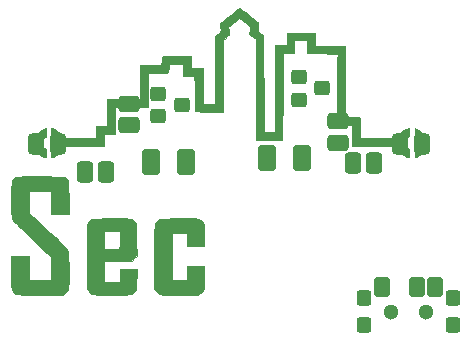
<source format=gbr>
%TF.GenerationSoftware,KiCad,Pcbnew,(5.99.0-9526-g5c17ff0595)*%
%TF.CreationDate,2021-09-22T22:50:55-05:00*%
%TF.ProjectId,SecDSM_Learn,53656344-534d-45f4-9c65-61726e2e6b69,rev?*%
%TF.SameCoordinates,Original*%
%TF.FileFunction,Soldermask,Top*%
%TF.FilePolarity,Negative*%
%FSLAX46Y46*%
G04 Gerber Fmt 4.6, Leading zero omitted, Abs format (unit mm)*
G04 Created by KiCad (PCBNEW (5.99.0-9526-g5c17ff0595)) date 2021-09-22 22:50:55*
%MOMM*%
%LPD*%
G01*
G04 APERTURE LIST*
G04 Aperture macros list*
%AMRoundRect*
0 Rectangle with rounded corners*
0 $1 Rounding radius*
0 $2 $3 $4 $5 $6 $7 $8 $9 X,Y pos of 4 corners*
0 Add a 4 corners polygon primitive as box body*
4,1,4,$2,$3,$4,$5,$6,$7,$8,$9,$2,$3,0*
0 Add four circle primitives for the rounded corners*
1,1,$1+$1,$2,$3*
1,1,$1+$1,$4,$5*
1,1,$1+$1,$6,$7*
1,1,$1+$1,$8,$9*
0 Add four rect primitives between the rounded corners*
20,1,$1+$1,$2,$3,$4,$5,0*
20,1,$1+$1,$4,$5,$6,$7,0*
20,1,$1+$1,$6,$7,$8,$9,0*
20,1,$1+$1,$8,$9,$2,$3,0*%
G04 Aperture macros list end*
%ADD10C,0.010000*%
%ADD11C,1.300000*%
%ADD12RoundRect,0.200000X0.450000X0.625000X-0.450000X0.625000X-0.450000X-0.625000X0.450000X-0.625000X0*%
%ADD13RoundRect,0.200000X0.400000X0.450000X-0.400000X0.450000X-0.400000X-0.450000X0.400000X-0.450000X0*%
%ADD14RoundRect,0.347561X-0.364939X-0.552439X0.364939X-0.552439X0.364939X0.552439X-0.364939X0.552439X0*%
%ADD15RoundRect,0.347561X0.552439X-0.364939X0.552439X0.364939X-0.552439X0.364939X-0.552439X-0.364939X0*%
%ADD16RoundRect,0.347561X0.364939X0.552439X-0.364939X0.552439X-0.364939X-0.552439X0.364939X-0.552439X0*%
%ADD17RoundRect,0.200000X-0.450000X-0.400000X0.450000X-0.400000X0.450000X0.400000X-0.450000X0.400000X0*%
%ADD18RoundRect,0.343750X-0.343750X-0.556250X0.343750X-0.556250X0.343750X0.556250X-0.343750X0.556250X0*%
%ADD19RoundRect,0.343750X0.343750X0.556250X-0.343750X0.556250X-0.343750X-0.556250X0.343750X-0.556250X0*%
%ADD20RoundRect,0.336957X-0.438043X-0.763043X0.438043X-0.763043X0.438043X0.763043X-0.438043X0.763043X0*%
%ADD21RoundRect,0.336957X0.438043X0.763043X-0.438043X0.763043X-0.438043X-0.763043X0.438043X-0.763043X0*%
G04 APERTURE END LIST*
D10*
%TO.C,G\u002A\u002A\u002A*%
X124021219Y-88755586D02*
X124301923Y-88756367D01*
X124301923Y-88756367D02*
X124621184Y-88757408D01*
X124621184Y-88757408D02*
X124749089Y-88757826D01*
X124749089Y-88757826D02*
X126619583Y-88763883D01*
X126619583Y-88763883D02*
X126742814Y-88826323D01*
X126742814Y-88826323D02*
X126872054Y-88907947D01*
X126872054Y-88907947D02*
X126969461Y-89008079D01*
X126969461Y-89008079D02*
X127038241Y-89131873D01*
X127038241Y-89131873D02*
X127081597Y-89284487D01*
X127081597Y-89284487D02*
X127097182Y-89396517D01*
X127097182Y-89396517D02*
X127100755Y-89454615D01*
X127100755Y-89454615D02*
X127104124Y-89550319D01*
X127104124Y-89550319D02*
X127107223Y-89678902D01*
X127107223Y-89678902D02*
X127109985Y-89835638D01*
X127109985Y-89835638D02*
X127112342Y-90015799D01*
X127112342Y-90015799D02*
X127114227Y-90214658D01*
X127114227Y-90214658D02*
X127115572Y-90427488D01*
X127115572Y-90427488D02*
X127116311Y-90649563D01*
X127116311Y-90649563D02*
X127116426Y-90748258D01*
X127116426Y-90748258D02*
X127117000Y-91907133D01*
X127117000Y-91907133D02*
X125593000Y-91907133D01*
X125593000Y-91907133D02*
X125593000Y-90023300D01*
X125593000Y-90023300D02*
X123772666Y-90023300D01*
X123772666Y-90023300D02*
X123775399Y-90621258D01*
X123775399Y-90621258D02*
X123776648Y-90796533D01*
X123776648Y-90796533D02*
X123778730Y-90976218D01*
X123778730Y-90976218D02*
X123781475Y-91150596D01*
X123781475Y-91150596D02*
X123784712Y-91309947D01*
X123784712Y-91309947D02*
X123788272Y-91444551D01*
X123788272Y-91444551D02*
X123791274Y-91528726D01*
X123791274Y-91528726D02*
X123804416Y-91838237D01*
X123804416Y-91838237D02*
X124958000Y-92924026D01*
X124958000Y-92924026D02*
X125241959Y-93191298D01*
X125241959Y-93191298D02*
X125496769Y-93431193D01*
X125496769Y-93431193D02*
X125724092Y-93645362D01*
X125724092Y-93645362D02*
X125925592Y-93835454D01*
X125925592Y-93835454D02*
X126102930Y-94003123D01*
X126102930Y-94003123D02*
X126257771Y-94150017D01*
X126257771Y-94150017D02*
X126391777Y-94277789D01*
X126391777Y-94277789D02*
X126506611Y-94388090D01*
X126506611Y-94388090D02*
X126603937Y-94482571D01*
X126603937Y-94482571D02*
X126685417Y-94562882D01*
X126685417Y-94562882D02*
X126752714Y-94630675D01*
X126752714Y-94630675D02*
X126807492Y-94687601D01*
X126807492Y-94687601D02*
X126851413Y-94735311D01*
X126851413Y-94735311D02*
X126886141Y-94775456D01*
X126886141Y-94775456D02*
X126913339Y-94809687D01*
X126913339Y-94809687D02*
X126934669Y-94839655D01*
X126934669Y-94839655D02*
X126951795Y-94867012D01*
X126951795Y-94867012D02*
X126966379Y-94893408D01*
X126966379Y-94893408D02*
X126980085Y-94920494D01*
X126980085Y-94920494D02*
X126990721Y-94942117D01*
X126990721Y-94942117D02*
X127050321Y-95080786D01*
X127050321Y-95080786D02*
X127085623Y-95210212D01*
X127085623Y-95210212D02*
X127095509Y-95272633D01*
X127095509Y-95272633D02*
X127099061Y-95321605D01*
X127099061Y-95321605D02*
X127102434Y-95408805D01*
X127102434Y-95408805D02*
X127105572Y-95530127D01*
X127105572Y-95530127D02*
X127108418Y-95681466D01*
X127108418Y-95681466D02*
X127110917Y-95858716D01*
X127110917Y-95858716D02*
X127113012Y-96057772D01*
X127113012Y-96057772D02*
X127114647Y-96274527D01*
X127114647Y-96274527D02*
X127115766Y-96504878D01*
X127115766Y-96504878D02*
X127116311Y-96744718D01*
X127116311Y-96744718D02*
X127116346Y-96792009D01*
X127116346Y-96792009D02*
X127116441Y-97065859D01*
X127116441Y-97065859D02*
X127116379Y-97300728D01*
X127116379Y-97300728D02*
X127116062Y-97499971D01*
X127116062Y-97499971D02*
X127115392Y-97666941D01*
X127115392Y-97666941D02*
X127114272Y-97804989D01*
X127114272Y-97804989D02*
X127112603Y-97917471D01*
X127112603Y-97917471D02*
X127110288Y-98007738D01*
X127110288Y-98007738D02*
X127107230Y-98079145D01*
X127107230Y-98079145D02*
X127103330Y-98135043D01*
X127103330Y-98135043D02*
X127098491Y-98178788D01*
X127098491Y-98178788D02*
X127092615Y-98213731D01*
X127092615Y-98213731D02*
X127085604Y-98243226D01*
X127085604Y-98243226D02*
X127077362Y-98270627D01*
X127077362Y-98270627D02*
X127072858Y-98284259D01*
X127072858Y-98284259D02*
X127010690Y-98430571D01*
X127010690Y-98430571D02*
X126929883Y-98544907D01*
X126929883Y-98544907D02*
X126822704Y-98636195D01*
X126822704Y-98636195D02*
X126714833Y-98697628D01*
X126714833Y-98697628D02*
X126598416Y-98754550D01*
X126598416Y-98754550D02*
X124746333Y-98757855D01*
X124746333Y-98757855D02*
X124467940Y-98758150D01*
X124467940Y-98758150D02*
X124200247Y-98758042D01*
X124200247Y-98758042D02*
X123946478Y-98757556D01*
X123946478Y-98757556D02*
X123709858Y-98756715D01*
X123709858Y-98756715D02*
X123493609Y-98755543D01*
X123493609Y-98755543D02*
X123300957Y-98754064D01*
X123300957Y-98754064D02*
X123135127Y-98752302D01*
X123135127Y-98752302D02*
X122999341Y-98750282D01*
X122999341Y-98750282D02*
X122896825Y-98748027D01*
X122896825Y-98748027D02*
X122830802Y-98745561D01*
X122830802Y-98745561D02*
X122806275Y-98743422D01*
X122806275Y-98743422D02*
X122650018Y-98692151D01*
X122650018Y-98692151D02*
X122518751Y-98607702D01*
X122518751Y-98607702D02*
X122414489Y-98492453D01*
X122414489Y-98492453D02*
X122339247Y-98348783D01*
X122339247Y-98348783D02*
X122295042Y-98179070D01*
X122295042Y-98179070D02*
X122289095Y-98133033D01*
X122289095Y-98133033D02*
X122285972Y-98082331D01*
X122285972Y-98082331D02*
X122282995Y-97993636D01*
X122282995Y-97993636D02*
X122280221Y-97871291D01*
X122280221Y-97871291D02*
X122277706Y-97719636D01*
X122277706Y-97719636D02*
X122275504Y-97543013D01*
X122275504Y-97543013D02*
X122273671Y-97345762D01*
X122273671Y-97345762D02*
X122272263Y-97132226D01*
X122272263Y-97132226D02*
X122271336Y-96906745D01*
X122271336Y-96906745D02*
X122270974Y-96717258D01*
X122270974Y-96717258D02*
X122269833Y-95463133D01*
X122269833Y-95463133D02*
X123772666Y-95463133D01*
X123772666Y-95463133D02*
X123772666Y-97495133D01*
X123772666Y-97495133D02*
X125593000Y-97495133D01*
X125593000Y-97495133D02*
X125592589Y-96516175D01*
X125592589Y-96516175D02*
X125592179Y-95537216D01*
X125592179Y-95537216D02*
X124372645Y-94383633D01*
X124372645Y-94383633D02*
X124088767Y-94115131D01*
X124088767Y-94115131D02*
X123833941Y-93874068D01*
X123833941Y-93874068D02*
X123606518Y-93658741D01*
X123606518Y-93658741D02*
X123404844Y-93467446D01*
X123404844Y-93467446D02*
X123227267Y-93298480D01*
X123227267Y-93298480D02*
X123072135Y-93150139D01*
X123072135Y-93150139D02*
X122937797Y-93020720D01*
X122937797Y-93020720D02*
X122822600Y-92908519D01*
X122822600Y-92908519D02*
X122724891Y-92811834D01*
X122724891Y-92811834D02*
X122643020Y-92728960D01*
X122643020Y-92728960D02*
X122575334Y-92658195D01*
X122575334Y-92658195D02*
X122520180Y-92597834D01*
X122520180Y-92597834D02*
X122475907Y-92546175D01*
X122475907Y-92546175D02*
X122440863Y-92501514D01*
X122440863Y-92501514D02*
X122413396Y-92462147D01*
X122413396Y-92462147D02*
X122391853Y-92426372D01*
X122391853Y-92426372D02*
X122374582Y-92392485D01*
X122374582Y-92392485D02*
X122359932Y-92358782D01*
X122359932Y-92358782D02*
X122346250Y-92323560D01*
X122346250Y-92323560D02*
X122331885Y-92285116D01*
X122331885Y-92285116D02*
X122328393Y-92275858D01*
X122328393Y-92275858D02*
X122319040Y-92250663D01*
X122319040Y-92250663D02*
X122311004Y-92225943D01*
X122311004Y-92225943D02*
X122304183Y-92198450D01*
X122304183Y-92198450D02*
X122298478Y-92164931D01*
X122298478Y-92164931D02*
X122293788Y-92122139D01*
X122293788Y-92122139D02*
X122290013Y-92066822D01*
X122290013Y-92066822D02*
X122287052Y-91995731D01*
X122287052Y-91995731D02*
X122284805Y-91905615D01*
X122284805Y-91905615D02*
X122283170Y-91793226D01*
X122283170Y-91793226D02*
X122282049Y-91655312D01*
X122282049Y-91655312D02*
X122281339Y-91488625D01*
X122281339Y-91488625D02*
X122280941Y-91289913D01*
X122280941Y-91289913D02*
X122280755Y-91055927D01*
X122280755Y-91055927D02*
X122280679Y-90783418D01*
X122280679Y-90783418D02*
X122280670Y-90732383D01*
X122280670Y-90732383D02*
X122280827Y-90429266D01*
X122280827Y-90429266D02*
X122281439Y-90166176D01*
X122281439Y-90166176D02*
X122282547Y-89940810D01*
X122282547Y-89940810D02*
X122284189Y-89750863D01*
X122284189Y-89750863D02*
X122286404Y-89594031D01*
X122286404Y-89594031D02*
X122289233Y-89468009D01*
X122289233Y-89468009D02*
X122292715Y-89370495D01*
X122292715Y-89370495D02*
X122296888Y-89299184D01*
X122296888Y-89299184D02*
X122301792Y-89251772D01*
X122301792Y-89251772D02*
X122306353Y-89229224D01*
X122306353Y-89229224D02*
X122361511Y-89101745D01*
X122361511Y-89101745D02*
X122441797Y-88985819D01*
X122441797Y-88985819D02*
X122537230Y-88895186D01*
X122537230Y-88895186D02*
X122560589Y-88879163D01*
X122560589Y-88879163D02*
X122594153Y-88857677D01*
X122594153Y-88857677D02*
X122624872Y-88838747D01*
X122624872Y-88838747D02*
X122655507Y-88822219D01*
X122655507Y-88822219D02*
X122688819Y-88807941D01*
X122688819Y-88807941D02*
X122727566Y-88795759D01*
X122727566Y-88795759D02*
X122774509Y-88785521D01*
X122774509Y-88785521D02*
X122832408Y-88777073D01*
X122832408Y-88777073D02*
X122904023Y-88770263D01*
X122904023Y-88770263D02*
X122992114Y-88764937D01*
X122992114Y-88764937D02*
X123099441Y-88760943D01*
X123099441Y-88760943D02*
X123228764Y-88758127D01*
X123228764Y-88758127D02*
X123382843Y-88756336D01*
X123382843Y-88756336D02*
X123564439Y-88755418D01*
X123564439Y-88755418D02*
X123776311Y-88755219D01*
X123776311Y-88755219D02*
X124021219Y-88755586D01*
X124021219Y-88755586D02*
X124021219Y-88755586D01*
G36*
X124021219Y-88755586D02*
G01*
X124301923Y-88756367D01*
X124621184Y-88757408D01*
X124749089Y-88757826D01*
X126619583Y-88763883D01*
X126742814Y-88826323D01*
X126872054Y-88907947D01*
X126969461Y-89008079D01*
X127038241Y-89131873D01*
X127081597Y-89284487D01*
X127097182Y-89396517D01*
X127100755Y-89454615D01*
X127104124Y-89550319D01*
X127107223Y-89678902D01*
X127109985Y-89835638D01*
X127112342Y-90015799D01*
X127114227Y-90214658D01*
X127115572Y-90427488D01*
X127116311Y-90649563D01*
X127116426Y-90748258D01*
X127117000Y-91907133D01*
X125593000Y-91907133D01*
X125593000Y-90023300D01*
X123772666Y-90023300D01*
X123775399Y-90621258D01*
X123776648Y-90796533D01*
X123778730Y-90976218D01*
X123781475Y-91150596D01*
X123784712Y-91309947D01*
X123788272Y-91444551D01*
X123791274Y-91528726D01*
X123804416Y-91838237D01*
X124958000Y-92924026D01*
X125241959Y-93191298D01*
X125496769Y-93431193D01*
X125724092Y-93645362D01*
X125925592Y-93835454D01*
X126102930Y-94003123D01*
X126257771Y-94150017D01*
X126391777Y-94277789D01*
X126506611Y-94388090D01*
X126603937Y-94482571D01*
X126685417Y-94562882D01*
X126752714Y-94630675D01*
X126807492Y-94687601D01*
X126851413Y-94735311D01*
X126886141Y-94775456D01*
X126913339Y-94809687D01*
X126934669Y-94839655D01*
X126951795Y-94867012D01*
X126966379Y-94893408D01*
X126980085Y-94920494D01*
X126990721Y-94942117D01*
X127050321Y-95080786D01*
X127085623Y-95210212D01*
X127095509Y-95272633D01*
X127099061Y-95321605D01*
X127102434Y-95408805D01*
X127105572Y-95530127D01*
X127108418Y-95681466D01*
X127110917Y-95858716D01*
X127113012Y-96057772D01*
X127114647Y-96274527D01*
X127115766Y-96504878D01*
X127116311Y-96744718D01*
X127116346Y-96792009D01*
X127116441Y-97065859D01*
X127116379Y-97300728D01*
X127116062Y-97499971D01*
X127115392Y-97666941D01*
X127114272Y-97804989D01*
X127112603Y-97917471D01*
X127110288Y-98007738D01*
X127107230Y-98079145D01*
X127103330Y-98135043D01*
X127098491Y-98178788D01*
X127092615Y-98213731D01*
X127085604Y-98243226D01*
X127077362Y-98270627D01*
X127072858Y-98284259D01*
X127010690Y-98430571D01*
X126929883Y-98544907D01*
X126822704Y-98636195D01*
X126714833Y-98697628D01*
X126598416Y-98754550D01*
X124746333Y-98757855D01*
X124467940Y-98758150D01*
X124200247Y-98758042D01*
X123946478Y-98757556D01*
X123709858Y-98756715D01*
X123493609Y-98755543D01*
X123300957Y-98754064D01*
X123135127Y-98752302D01*
X122999341Y-98750282D01*
X122896825Y-98748027D01*
X122830802Y-98745561D01*
X122806275Y-98743422D01*
X122650018Y-98692151D01*
X122518751Y-98607702D01*
X122414489Y-98492453D01*
X122339247Y-98348783D01*
X122295042Y-98179070D01*
X122289095Y-98133033D01*
X122285972Y-98082331D01*
X122282995Y-97993636D01*
X122280221Y-97871291D01*
X122277706Y-97719636D01*
X122275504Y-97543013D01*
X122273671Y-97345762D01*
X122272263Y-97132226D01*
X122271336Y-96906745D01*
X122270974Y-96717258D01*
X122269833Y-95463133D01*
X123772666Y-95463133D01*
X123772666Y-97495133D01*
X125593000Y-97495133D01*
X125592589Y-96516175D01*
X125592179Y-95537216D01*
X124372645Y-94383633D01*
X124088767Y-94115131D01*
X123833941Y-93874068D01*
X123606518Y-93658741D01*
X123404844Y-93467446D01*
X123227267Y-93298480D01*
X123072135Y-93150139D01*
X122937797Y-93020720D01*
X122822600Y-92908519D01*
X122724891Y-92811834D01*
X122643020Y-92728960D01*
X122575334Y-92658195D01*
X122520180Y-92597834D01*
X122475907Y-92546175D01*
X122440863Y-92501514D01*
X122413396Y-92462147D01*
X122391853Y-92426372D01*
X122374582Y-92392485D01*
X122359932Y-92358782D01*
X122346250Y-92323560D01*
X122331885Y-92285116D01*
X122328393Y-92275858D01*
X122319040Y-92250663D01*
X122311004Y-92225943D01*
X122304183Y-92198450D01*
X122298478Y-92164931D01*
X122293788Y-92122139D01*
X122290013Y-92066822D01*
X122287052Y-91995731D01*
X122284805Y-91905615D01*
X122283170Y-91793226D01*
X122282049Y-91655312D01*
X122281339Y-91488625D01*
X122280941Y-91289913D01*
X122280755Y-91055927D01*
X122280679Y-90783418D01*
X122280670Y-90732383D01*
X122280827Y-90429266D01*
X122281439Y-90166176D01*
X122282547Y-89940810D01*
X122284189Y-89750863D01*
X122286404Y-89594031D01*
X122289233Y-89468009D01*
X122292715Y-89370495D01*
X122296888Y-89299184D01*
X122301792Y-89251772D01*
X122306353Y-89229224D01*
X122361511Y-89101745D01*
X122441797Y-88985819D01*
X122537230Y-88895186D01*
X122560589Y-88879163D01*
X122594153Y-88857677D01*
X122624872Y-88838747D01*
X122655507Y-88822219D01*
X122688819Y-88807941D01*
X122727566Y-88795759D01*
X122774509Y-88785521D01*
X122832408Y-88777073D01*
X122904023Y-88770263D01*
X122992114Y-88764937D01*
X123099441Y-88760943D01*
X123228764Y-88758127D01*
X123382843Y-88756336D01*
X123564439Y-88755418D01*
X123776311Y-88755219D01*
X124021219Y-88755586D01*
G37*
X124021219Y-88755586D02*
X124301923Y-88756367D01*
X124621184Y-88757408D01*
X124749089Y-88757826D01*
X126619583Y-88763883D01*
X126742814Y-88826323D01*
X126872054Y-88907947D01*
X126969461Y-89008079D01*
X127038241Y-89131873D01*
X127081597Y-89284487D01*
X127097182Y-89396517D01*
X127100755Y-89454615D01*
X127104124Y-89550319D01*
X127107223Y-89678902D01*
X127109985Y-89835638D01*
X127112342Y-90015799D01*
X127114227Y-90214658D01*
X127115572Y-90427488D01*
X127116311Y-90649563D01*
X127116426Y-90748258D01*
X127117000Y-91907133D01*
X125593000Y-91907133D01*
X125593000Y-90023300D01*
X123772666Y-90023300D01*
X123775399Y-90621258D01*
X123776648Y-90796533D01*
X123778730Y-90976218D01*
X123781475Y-91150596D01*
X123784712Y-91309947D01*
X123788272Y-91444551D01*
X123791274Y-91528726D01*
X123804416Y-91838237D01*
X124958000Y-92924026D01*
X125241959Y-93191298D01*
X125496769Y-93431193D01*
X125724092Y-93645362D01*
X125925592Y-93835454D01*
X126102930Y-94003123D01*
X126257771Y-94150017D01*
X126391777Y-94277789D01*
X126506611Y-94388090D01*
X126603937Y-94482571D01*
X126685417Y-94562882D01*
X126752714Y-94630675D01*
X126807492Y-94687601D01*
X126851413Y-94735311D01*
X126886141Y-94775456D01*
X126913339Y-94809687D01*
X126934669Y-94839655D01*
X126951795Y-94867012D01*
X126966379Y-94893408D01*
X126980085Y-94920494D01*
X126990721Y-94942117D01*
X127050321Y-95080786D01*
X127085623Y-95210212D01*
X127095509Y-95272633D01*
X127099061Y-95321605D01*
X127102434Y-95408805D01*
X127105572Y-95530127D01*
X127108418Y-95681466D01*
X127110917Y-95858716D01*
X127113012Y-96057772D01*
X127114647Y-96274527D01*
X127115766Y-96504878D01*
X127116311Y-96744718D01*
X127116346Y-96792009D01*
X127116441Y-97065859D01*
X127116379Y-97300728D01*
X127116062Y-97499971D01*
X127115392Y-97666941D01*
X127114272Y-97804989D01*
X127112603Y-97917471D01*
X127110288Y-98007738D01*
X127107230Y-98079145D01*
X127103330Y-98135043D01*
X127098491Y-98178788D01*
X127092615Y-98213731D01*
X127085604Y-98243226D01*
X127077362Y-98270627D01*
X127072858Y-98284259D01*
X127010690Y-98430571D01*
X126929883Y-98544907D01*
X126822704Y-98636195D01*
X126714833Y-98697628D01*
X126598416Y-98754550D01*
X124746333Y-98757855D01*
X124467940Y-98758150D01*
X124200247Y-98758042D01*
X123946478Y-98757556D01*
X123709858Y-98756715D01*
X123493609Y-98755543D01*
X123300957Y-98754064D01*
X123135127Y-98752302D01*
X122999341Y-98750282D01*
X122896825Y-98748027D01*
X122830802Y-98745561D01*
X122806275Y-98743422D01*
X122650018Y-98692151D01*
X122518751Y-98607702D01*
X122414489Y-98492453D01*
X122339247Y-98348783D01*
X122295042Y-98179070D01*
X122289095Y-98133033D01*
X122285972Y-98082331D01*
X122282995Y-97993636D01*
X122280221Y-97871291D01*
X122277706Y-97719636D01*
X122275504Y-97543013D01*
X122273671Y-97345762D01*
X122272263Y-97132226D01*
X122271336Y-96906745D01*
X122270974Y-96717258D01*
X122269833Y-95463133D01*
X123772666Y-95463133D01*
X123772666Y-97495133D01*
X125593000Y-97495133D01*
X125592589Y-96516175D01*
X125592179Y-95537216D01*
X124372645Y-94383633D01*
X124088767Y-94115131D01*
X123833941Y-93874068D01*
X123606518Y-93658741D01*
X123404844Y-93467446D01*
X123227267Y-93298480D01*
X123072135Y-93150139D01*
X122937797Y-93020720D01*
X122822600Y-92908519D01*
X122724891Y-92811834D01*
X122643020Y-92728960D01*
X122575334Y-92658195D01*
X122520180Y-92597834D01*
X122475907Y-92546175D01*
X122440863Y-92501514D01*
X122413396Y-92462147D01*
X122391853Y-92426372D01*
X122374582Y-92392485D01*
X122359932Y-92358782D01*
X122346250Y-92323560D01*
X122331885Y-92285116D01*
X122328393Y-92275858D01*
X122319040Y-92250663D01*
X122311004Y-92225943D01*
X122304183Y-92198450D01*
X122298478Y-92164931D01*
X122293788Y-92122139D01*
X122290013Y-92066822D01*
X122287052Y-91995731D01*
X122284805Y-91905615D01*
X122283170Y-91793226D01*
X122282049Y-91655312D01*
X122281339Y-91488625D01*
X122280941Y-91289913D01*
X122280755Y-91055927D01*
X122280679Y-90783418D01*
X122280670Y-90732383D01*
X122280827Y-90429266D01*
X122281439Y-90166176D01*
X122282547Y-89940810D01*
X122284189Y-89750863D01*
X122286404Y-89594031D01*
X122289233Y-89468009D01*
X122292715Y-89370495D01*
X122296888Y-89299184D01*
X122301792Y-89251772D01*
X122306353Y-89229224D01*
X122361511Y-89101745D01*
X122441797Y-88985819D01*
X122537230Y-88895186D01*
X122560589Y-88879163D01*
X122594153Y-88857677D01*
X122624872Y-88838747D01*
X122655507Y-88822219D01*
X122688819Y-88807941D01*
X122727566Y-88795759D01*
X122774509Y-88785521D01*
X122832408Y-88777073D01*
X122904023Y-88770263D01*
X122992114Y-88764937D01*
X123099441Y-88760943D01*
X123228764Y-88758127D01*
X123382843Y-88756336D01*
X123564439Y-88755418D01*
X123776311Y-88755219D01*
X124021219Y-88755586D01*
X131727835Y-92311243D02*
X131892695Y-92312188D01*
X131892695Y-92312188D02*
X132030461Y-92314181D01*
X132030461Y-92314181D02*
X132144181Y-92317427D01*
X132144181Y-92317427D02*
X132236903Y-92322133D01*
X132236903Y-92322133D02*
X132311675Y-92328502D01*
X132311675Y-92328502D02*
X132371544Y-92336740D01*
X132371544Y-92336740D02*
X132419560Y-92347052D01*
X132419560Y-92347052D02*
X132458769Y-92359643D01*
X132458769Y-92359643D02*
X132492219Y-92374718D01*
X132492219Y-92374718D02*
X132522958Y-92392484D01*
X132522958Y-92392484D02*
X132554035Y-92413143D01*
X132554035Y-92413143D02*
X132588497Y-92436903D01*
X132588497Y-92436903D02*
X132591092Y-92438671D01*
X132591092Y-92438671D02*
X132675314Y-92514457D01*
X132675314Y-92514457D02*
X132752157Y-92616509D01*
X132752157Y-92616509D02*
X132810658Y-92728913D01*
X132810658Y-92728913D02*
X132830022Y-92785550D01*
X132830022Y-92785550D02*
X132835439Y-92826590D01*
X132835439Y-92826590D02*
X132840719Y-92908396D01*
X132840719Y-92908396D02*
X132845820Y-93029397D01*
X132845820Y-93029397D02*
X132850699Y-93188025D01*
X132850699Y-93188025D02*
X132855315Y-93382711D01*
X132855315Y-93382711D02*
X132859625Y-93611887D01*
X132859625Y-93611887D02*
X132863587Y-93873984D01*
X132863587Y-93873984D02*
X132867160Y-94167433D01*
X132867160Y-94167433D02*
X132867167Y-94168088D01*
X132867167Y-94168088D02*
X132881306Y-95465960D01*
X132881306Y-95465960D02*
X132671841Y-95676213D01*
X132671841Y-95676213D02*
X132462377Y-95886466D01*
X132462377Y-95886466D02*
X130107038Y-95886466D01*
X130107038Y-95886466D02*
X130093919Y-95965841D01*
X130093919Y-95965841D02*
X130090976Y-96004454D01*
X130090976Y-96004454D02*
X130088252Y-96080241D01*
X130088252Y-96080241D02*
X130085823Y-96188044D01*
X130085823Y-96188044D02*
X130083764Y-96322706D01*
X130083764Y-96322706D02*
X130082154Y-96479067D01*
X130082154Y-96479067D02*
X130081068Y-96651970D01*
X130081068Y-96651970D02*
X130080582Y-96836255D01*
X130080582Y-96836255D02*
X130080566Y-96865425D01*
X130080566Y-96865425D02*
X130080333Y-97685633D01*
X130080333Y-97685633D02*
X131456166Y-97685633D01*
X131456166Y-97685633D02*
X131456166Y-96606133D01*
X131456166Y-96606133D02*
X132874333Y-96606133D01*
X132874333Y-96606133D02*
X132872703Y-97066508D01*
X132872703Y-97066508D02*
X132871350Y-97234875D01*
X132871350Y-97234875D02*
X132868593Y-97419582D01*
X132868593Y-97419582D02*
X132864740Y-97605565D01*
X132864740Y-97605565D02*
X132860099Y-97777761D01*
X132860099Y-97777761D02*
X132855527Y-97907883D01*
X132855527Y-97907883D02*
X132849514Y-98045914D01*
X132849514Y-98045914D02*
X132843630Y-98149202D01*
X132843630Y-98149202D02*
X132836776Y-98225320D01*
X132836776Y-98225320D02*
X132827855Y-98281840D01*
X132827855Y-98281840D02*
X132815769Y-98326334D01*
X132815769Y-98326334D02*
X132799418Y-98366375D01*
X132799418Y-98366375D02*
X132784718Y-98396059D01*
X132784718Y-98396059D02*
X132699566Y-98520286D01*
X132699566Y-98520286D02*
X132584591Y-98628667D01*
X132584591Y-98628667D02*
X132454591Y-98708406D01*
X132454591Y-98708406D02*
X132435259Y-98717172D01*
X132435259Y-98717172D02*
X132415444Y-98724759D01*
X132415444Y-98724759D02*
X132392089Y-98731258D01*
X132392089Y-98731258D02*
X132362138Y-98736761D01*
X132362138Y-98736761D02*
X132322535Y-98741363D01*
X132322535Y-98741363D02*
X132270223Y-98745155D01*
X132270223Y-98745155D02*
X132202145Y-98748230D01*
X132202145Y-98748230D02*
X132115246Y-98750680D01*
X132115246Y-98750680D02*
X132006469Y-98752599D01*
X132006469Y-98752599D02*
X131872757Y-98754078D01*
X131872757Y-98754078D02*
X131711055Y-98755211D01*
X131711055Y-98755211D02*
X131518306Y-98756090D01*
X131518306Y-98756090D02*
X131291454Y-98756808D01*
X131291454Y-98756808D02*
X131027442Y-98757457D01*
X131027442Y-98757457D02*
X130821166Y-98757916D01*
X130821166Y-98757916D02*
X130567582Y-98758217D01*
X130567582Y-98758217D02*
X130324555Y-98758014D01*
X130324555Y-98758014D02*
X130095687Y-98757339D01*
X130095687Y-98757339D02*
X129884576Y-98756226D01*
X129884576Y-98756226D02*
X129694822Y-98754709D01*
X129694822Y-98754709D02*
X129530025Y-98752821D01*
X129530025Y-98752821D02*
X129393784Y-98750596D01*
X129393784Y-98750596D02*
X129289700Y-98748067D01*
X129289700Y-98748067D02*
X129221372Y-98745267D01*
X129221372Y-98745267D02*
X129194439Y-98742771D01*
X129194439Y-98742771D02*
X129054058Y-98693980D01*
X129054058Y-98693980D02*
X128925586Y-98609832D01*
X128925586Y-98609832D02*
X128817379Y-98497155D01*
X128817379Y-98497155D02*
X128742625Y-98373550D01*
X128742625Y-98373550D02*
X128693916Y-98267716D01*
X128693916Y-98267716D02*
X128688305Y-95580772D01*
X128688305Y-95580772D02*
X128687434Y-95179176D01*
X128687434Y-95179176D02*
X128686648Y-94817665D01*
X128686648Y-94817665D02*
X128686042Y-94493991D01*
X128686042Y-94493991D02*
X128685711Y-94205903D01*
X128685711Y-94205903D02*
X128685750Y-93951154D01*
X128685750Y-93951154D02*
X128686254Y-93727496D01*
X128686254Y-93727496D02*
X128687318Y-93532678D01*
X128687318Y-93532678D02*
X128688789Y-93388800D01*
X128688789Y-93388800D02*
X130080333Y-93388800D01*
X130080333Y-93388800D02*
X130080333Y-94117318D01*
X130080333Y-94117318D02*
X130080696Y-94289946D01*
X130080696Y-94289946D02*
X130081726Y-94449904D01*
X130081726Y-94449904D02*
X130083338Y-94592062D01*
X130083338Y-94592062D02*
X130085444Y-94711289D01*
X130085444Y-94711289D02*
X130087959Y-94802455D01*
X130087959Y-94802455D02*
X130090796Y-94860428D01*
X130090796Y-94860428D02*
X130093181Y-94879318D01*
X130093181Y-94879318D02*
X130100780Y-94888764D01*
X130100780Y-94888764D02*
X130118421Y-94896275D01*
X130118421Y-94896275D02*
X130150434Y-94902066D01*
X130150434Y-94902066D02*
X130201154Y-94906353D01*
X130201154Y-94906353D02*
X130274913Y-94909351D01*
X130274913Y-94909351D02*
X130376044Y-94911275D01*
X130376044Y-94911275D02*
X130508878Y-94912340D01*
X130508878Y-94912340D02*
X130677750Y-94912762D01*
X130677750Y-94912762D02*
X130767261Y-94912800D01*
X130767261Y-94912800D02*
X131428494Y-94912800D01*
X131428494Y-94912800D02*
X131442330Y-94655476D01*
X131442330Y-94655476D02*
X131446426Y-94556585D01*
X131446426Y-94556585D02*
X131450041Y-94425857D01*
X131450041Y-94425857D02*
X131452983Y-94273784D01*
X131452983Y-94273784D02*
X131455064Y-94110863D01*
X131455064Y-94110863D02*
X131456091Y-93947586D01*
X131456091Y-93947586D02*
X131456166Y-93893476D01*
X131456166Y-93893476D02*
X131456166Y-93388800D01*
X131456166Y-93388800D02*
X130080333Y-93388800D01*
X130080333Y-93388800D02*
X128688789Y-93388800D01*
X128688789Y-93388800D02*
X128689038Y-93364454D01*
X128689038Y-93364454D02*
X128691508Y-93220574D01*
X128691508Y-93220574D02*
X128694823Y-93098789D01*
X128694823Y-93098789D02*
X128699078Y-92996851D01*
X128699078Y-92996851D02*
X128704369Y-92912511D01*
X128704369Y-92912511D02*
X128710790Y-92843521D01*
X128710790Y-92843521D02*
X128718436Y-92787631D01*
X128718436Y-92787631D02*
X128727403Y-92742594D01*
X128727403Y-92742594D02*
X128737786Y-92706160D01*
X128737786Y-92706160D02*
X128749678Y-92676082D01*
X128749678Y-92676082D02*
X128763177Y-92650109D01*
X128763177Y-92650109D02*
X128778376Y-92625995D01*
X128778376Y-92625995D02*
X128795371Y-92601489D01*
X128795371Y-92601489D02*
X128814256Y-92574344D01*
X128814256Y-92574344D02*
X128815440Y-92572598D01*
X128815440Y-92572598D02*
X128883819Y-92491577D01*
X128883819Y-92491577D02*
X128974800Y-92422802D01*
X128974800Y-92422802D02*
X129022000Y-92395305D01*
X129022000Y-92395305D02*
X129159583Y-92319883D01*
X129159583Y-92319883D02*
X130736500Y-92313843D01*
X130736500Y-92313843D02*
X131040214Y-92312646D01*
X131040214Y-92312646D02*
X131304642Y-92311677D01*
X131304642Y-92311677D02*
X131532834Y-92311141D01*
X131532834Y-92311141D02*
X131727835Y-92311243D01*
X131727835Y-92311243D02*
X131727835Y-92311243D01*
G36*
X131727835Y-92311243D02*
G01*
X131892695Y-92312188D01*
X132030461Y-92314181D01*
X132144181Y-92317427D01*
X132236903Y-92322133D01*
X132311675Y-92328502D01*
X132371544Y-92336740D01*
X132419560Y-92347052D01*
X132458769Y-92359643D01*
X132492219Y-92374718D01*
X132522958Y-92392484D01*
X132554035Y-92413143D01*
X132588497Y-92436903D01*
X132591092Y-92438671D01*
X132675314Y-92514457D01*
X132752157Y-92616509D01*
X132810658Y-92728913D01*
X132830022Y-92785550D01*
X132835439Y-92826590D01*
X132840719Y-92908396D01*
X132845820Y-93029397D01*
X132850699Y-93188025D01*
X132855315Y-93382711D01*
X132859625Y-93611887D01*
X132863587Y-93873984D01*
X132867160Y-94167433D01*
X132867167Y-94168088D01*
X132881306Y-95465960D01*
X132671841Y-95676213D01*
X132462377Y-95886466D01*
X130107038Y-95886466D01*
X130093919Y-95965841D01*
X130090976Y-96004454D01*
X130088252Y-96080241D01*
X130085823Y-96188044D01*
X130083764Y-96322706D01*
X130082154Y-96479067D01*
X130081068Y-96651970D01*
X130080582Y-96836255D01*
X130080566Y-96865425D01*
X130080333Y-97685633D01*
X131456166Y-97685633D01*
X131456166Y-96606133D01*
X132874333Y-96606133D01*
X132872703Y-97066508D01*
X132871350Y-97234875D01*
X132868593Y-97419582D01*
X132864740Y-97605565D01*
X132860099Y-97777761D01*
X132855527Y-97907883D01*
X132849514Y-98045914D01*
X132843630Y-98149202D01*
X132836776Y-98225320D01*
X132827855Y-98281840D01*
X132815769Y-98326334D01*
X132799418Y-98366375D01*
X132784718Y-98396059D01*
X132699566Y-98520286D01*
X132584591Y-98628667D01*
X132454591Y-98708406D01*
X132435259Y-98717172D01*
X132415444Y-98724759D01*
X132392089Y-98731258D01*
X132362138Y-98736761D01*
X132322535Y-98741363D01*
X132270223Y-98745155D01*
X132202145Y-98748230D01*
X132115246Y-98750680D01*
X132006469Y-98752599D01*
X131872757Y-98754078D01*
X131711055Y-98755211D01*
X131518306Y-98756090D01*
X131291454Y-98756808D01*
X131027442Y-98757457D01*
X130821166Y-98757916D01*
X130567582Y-98758217D01*
X130324555Y-98758014D01*
X130095687Y-98757339D01*
X129884576Y-98756226D01*
X129694822Y-98754709D01*
X129530025Y-98752821D01*
X129393784Y-98750596D01*
X129289700Y-98748067D01*
X129221372Y-98745267D01*
X129194439Y-98742771D01*
X129054058Y-98693980D01*
X128925586Y-98609832D01*
X128817379Y-98497155D01*
X128742625Y-98373550D01*
X128693916Y-98267716D01*
X128688305Y-95580772D01*
X128687434Y-95179176D01*
X128686648Y-94817665D01*
X128686042Y-94493991D01*
X128685711Y-94205903D01*
X128685750Y-93951154D01*
X128686254Y-93727496D01*
X128687318Y-93532678D01*
X128688789Y-93388800D01*
X130080333Y-93388800D01*
X130080333Y-94117318D01*
X130080696Y-94289946D01*
X130081726Y-94449904D01*
X130083338Y-94592062D01*
X130085444Y-94711289D01*
X130087959Y-94802455D01*
X130090796Y-94860428D01*
X130093181Y-94879318D01*
X130100780Y-94888764D01*
X130118421Y-94896275D01*
X130150434Y-94902066D01*
X130201154Y-94906353D01*
X130274913Y-94909351D01*
X130376044Y-94911275D01*
X130508878Y-94912340D01*
X130677750Y-94912762D01*
X130767261Y-94912800D01*
X131428494Y-94912800D01*
X131442330Y-94655476D01*
X131446426Y-94556585D01*
X131450041Y-94425857D01*
X131452983Y-94273784D01*
X131455064Y-94110863D01*
X131456091Y-93947586D01*
X131456166Y-93893476D01*
X131456166Y-93388800D01*
X130080333Y-93388800D01*
X128688789Y-93388800D01*
X128689038Y-93364454D01*
X128691508Y-93220574D01*
X128694823Y-93098789D01*
X128699078Y-92996851D01*
X128704369Y-92912511D01*
X128710790Y-92843521D01*
X128718436Y-92787631D01*
X128727403Y-92742594D01*
X128737786Y-92706160D01*
X128749678Y-92676082D01*
X128763177Y-92650109D01*
X128778376Y-92625995D01*
X128795371Y-92601489D01*
X128814256Y-92574344D01*
X128815440Y-92572598D01*
X128883819Y-92491577D01*
X128974800Y-92422802D01*
X129022000Y-92395305D01*
X129159583Y-92319883D01*
X130736500Y-92313843D01*
X131040214Y-92312646D01*
X131304642Y-92311677D01*
X131532834Y-92311141D01*
X131727835Y-92311243D01*
G37*
X131727835Y-92311243D02*
X131892695Y-92312188D01*
X132030461Y-92314181D01*
X132144181Y-92317427D01*
X132236903Y-92322133D01*
X132311675Y-92328502D01*
X132371544Y-92336740D01*
X132419560Y-92347052D01*
X132458769Y-92359643D01*
X132492219Y-92374718D01*
X132522958Y-92392484D01*
X132554035Y-92413143D01*
X132588497Y-92436903D01*
X132591092Y-92438671D01*
X132675314Y-92514457D01*
X132752157Y-92616509D01*
X132810658Y-92728913D01*
X132830022Y-92785550D01*
X132835439Y-92826590D01*
X132840719Y-92908396D01*
X132845820Y-93029397D01*
X132850699Y-93188025D01*
X132855315Y-93382711D01*
X132859625Y-93611887D01*
X132863587Y-93873984D01*
X132867160Y-94167433D01*
X132867167Y-94168088D01*
X132881306Y-95465960D01*
X132671841Y-95676213D01*
X132462377Y-95886466D01*
X130107038Y-95886466D01*
X130093919Y-95965841D01*
X130090976Y-96004454D01*
X130088252Y-96080241D01*
X130085823Y-96188044D01*
X130083764Y-96322706D01*
X130082154Y-96479067D01*
X130081068Y-96651970D01*
X130080582Y-96836255D01*
X130080566Y-96865425D01*
X130080333Y-97685633D01*
X131456166Y-97685633D01*
X131456166Y-96606133D01*
X132874333Y-96606133D01*
X132872703Y-97066508D01*
X132871350Y-97234875D01*
X132868593Y-97419582D01*
X132864740Y-97605565D01*
X132860099Y-97777761D01*
X132855527Y-97907883D01*
X132849514Y-98045914D01*
X132843630Y-98149202D01*
X132836776Y-98225320D01*
X132827855Y-98281840D01*
X132815769Y-98326334D01*
X132799418Y-98366375D01*
X132784718Y-98396059D01*
X132699566Y-98520286D01*
X132584591Y-98628667D01*
X132454591Y-98708406D01*
X132435259Y-98717172D01*
X132415444Y-98724759D01*
X132392089Y-98731258D01*
X132362138Y-98736761D01*
X132322535Y-98741363D01*
X132270223Y-98745155D01*
X132202145Y-98748230D01*
X132115246Y-98750680D01*
X132006469Y-98752599D01*
X131872757Y-98754078D01*
X131711055Y-98755211D01*
X131518306Y-98756090D01*
X131291454Y-98756808D01*
X131027442Y-98757457D01*
X130821166Y-98757916D01*
X130567582Y-98758217D01*
X130324555Y-98758014D01*
X130095687Y-98757339D01*
X129884576Y-98756226D01*
X129694822Y-98754709D01*
X129530025Y-98752821D01*
X129393784Y-98750596D01*
X129289700Y-98748067D01*
X129221372Y-98745267D01*
X129194439Y-98742771D01*
X129054058Y-98693980D01*
X128925586Y-98609832D01*
X128817379Y-98497155D01*
X128742625Y-98373550D01*
X128693916Y-98267716D01*
X128688305Y-95580772D01*
X128687434Y-95179176D01*
X128686648Y-94817665D01*
X128686042Y-94493991D01*
X128685711Y-94205903D01*
X128685750Y-93951154D01*
X128686254Y-93727496D01*
X128687318Y-93532678D01*
X128688789Y-93388800D01*
X130080333Y-93388800D01*
X130080333Y-94117318D01*
X130080696Y-94289946D01*
X130081726Y-94449904D01*
X130083338Y-94592062D01*
X130085444Y-94711289D01*
X130087959Y-94802455D01*
X130090796Y-94860428D01*
X130093181Y-94879318D01*
X130100780Y-94888764D01*
X130118421Y-94896275D01*
X130150434Y-94902066D01*
X130201154Y-94906353D01*
X130274913Y-94909351D01*
X130376044Y-94911275D01*
X130508878Y-94912340D01*
X130677750Y-94912762D01*
X130767261Y-94912800D01*
X131428494Y-94912800D01*
X131442330Y-94655476D01*
X131446426Y-94556585D01*
X131450041Y-94425857D01*
X131452983Y-94273784D01*
X131455064Y-94110863D01*
X131456091Y-93947586D01*
X131456166Y-93893476D01*
X131456166Y-93388800D01*
X130080333Y-93388800D01*
X128688789Y-93388800D01*
X128689038Y-93364454D01*
X128691508Y-93220574D01*
X128694823Y-93098789D01*
X128699078Y-92996851D01*
X128704369Y-92912511D01*
X128710790Y-92843521D01*
X128718436Y-92787631D01*
X128727403Y-92742594D01*
X128737786Y-92706160D01*
X128749678Y-92676082D01*
X128763177Y-92650109D01*
X128778376Y-92625995D01*
X128795371Y-92601489D01*
X128814256Y-92574344D01*
X128815440Y-92572598D01*
X128883819Y-92491577D01*
X128974800Y-92422802D01*
X129022000Y-92395305D01*
X129159583Y-92319883D01*
X130736500Y-92313843D01*
X131040214Y-92312646D01*
X131304642Y-92311677D01*
X131532834Y-92311141D01*
X131727835Y-92311243D01*
X137558365Y-92311895D02*
X137687828Y-92312753D01*
X137687828Y-92312753D02*
X137793281Y-92314201D01*
X137793281Y-92314201D02*
X137877778Y-92316308D01*
X137877778Y-92316308D02*
X137944373Y-92319142D01*
X137944373Y-92319142D02*
X137996121Y-92322772D01*
X137996121Y-92322772D02*
X138036074Y-92327266D01*
X138036074Y-92327266D02*
X138067287Y-92332693D01*
X138067287Y-92332693D02*
X138092813Y-92339120D01*
X138092813Y-92339120D02*
X138115707Y-92346616D01*
X138115707Y-92346616D02*
X138129884Y-92351817D01*
X138129884Y-92351817D02*
X138275595Y-92428230D01*
X138275595Y-92428230D02*
X138395973Y-92537570D01*
X138395973Y-92537570D02*
X138487323Y-92676380D01*
X138487323Y-92676380D02*
X138495931Y-92694359D01*
X138495931Y-92694359D02*
X138557583Y-92827883D01*
X138557583Y-92827883D02*
X138564284Y-93743341D01*
X138564284Y-93743341D02*
X138570985Y-94658800D01*
X138570985Y-94658800D02*
X137128833Y-94658800D01*
X137128833Y-94658800D02*
X137128833Y-93536966D01*
X137128833Y-93536966D02*
X135837666Y-93536966D01*
X135837666Y-93536966D02*
X135837666Y-97537466D01*
X135837666Y-97537466D02*
X137128833Y-97537466D01*
X137128833Y-97537466D02*
X137128833Y-96309800D01*
X137128833Y-96309800D02*
X138570859Y-96309800D01*
X138570859Y-96309800D02*
X138557583Y-98246550D01*
X138557583Y-98246550D02*
X138488485Y-98387801D01*
X138488485Y-98387801D02*
X138422868Y-98501384D01*
X138422868Y-98501384D02*
X138346396Y-98587531D01*
X138346396Y-98587531D02*
X138247193Y-98657728D01*
X138247193Y-98657728D02*
X138166000Y-98699724D01*
X138166000Y-98699724D02*
X138049583Y-98754550D01*
X138049583Y-98754550D02*
X136504416Y-98759055D01*
X136504416Y-98759055D02*
X136210847Y-98759871D01*
X136210847Y-98759871D02*
X135956505Y-98760439D01*
X135956505Y-98760439D02*
X135738286Y-98760694D01*
X135738286Y-98760694D02*
X135553085Y-98760566D01*
X135553085Y-98760566D02*
X135397796Y-98759988D01*
X135397796Y-98759988D02*
X135269314Y-98758894D01*
X135269314Y-98758894D02*
X135164535Y-98757215D01*
X135164535Y-98757215D02*
X135080353Y-98754883D01*
X135080353Y-98754883D02*
X135013662Y-98751832D01*
X135013662Y-98751832D02*
X134961359Y-98747993D01*
X134961359Y-98747993D02*
X134920337Y-98743298D01*
X134920337Y-98743298D02*
X134887492Y-98737682D01*
X134887492Y-98737682D02*
X134859718Y-98731074D01*
X134859718Y-98731074D02*
X134833911Y-98723409D01*
X134833911Y-98723409D02*
X134831500Y-98722640D01*
X134831500Y-98722640D02*
X134690235Y-98658681D01*
X134690235Y-98658681D02*
X134575059Y-98564133D01*
X134575059Y-98564133D02*
X134481959Y-98435414D01*
X134481959Y-98435414D02*
X134457430Y-98388983D01*
X134457430Y-98388983D02*
X134387750Y-98247444D01*
X134387750Y-98247444D02*
X134387750Y-95548247D01*
X134387750Y-95548247D02*
X134387774Y-95153757D01*
X134387774Y-95153757D02*
X134387867Y-94799352D01*
X134387867Y-94799352D02*
X134388059Y-94482786D01*
X134388059Y-94482786D02*
X134388381Y-94201810D01*
X134388381Y-94201810D02*
X134388864Y-93954177D01*
X134388864Y-93954177D02*
X134389537Y-93737638D01*
X134389537Y-93737638D02*
X134390432Y-93549947D01*
X134390432Y-93549947D02*
X134391579Y-93388855D01*
X134391579Y-93388855D02*
X134393009Y-93252115D01*
X134393009Y-93252115D02*
X134394752Y-93137479D01*
X134394752Y-93137479D02*
X134396839Y-93042700D01*
X134396839Y-93042700D02*
X134399300Y-92965529D01*
X134399300Y-92965529D02*
X134402166Y-92903720D01*
X134402166Y-92903720D02*
X134405468Y-92855024D01*
X134405468Y-92855024D02*
X134409235Y-92817193D01*
X134409235Y-92817193D02*
X134413499Y-92787981D01*
X134413499Y-92787981D02*
X134418290Y-92765139D01*
X134418290Y-92765139D02*
X134423639Y-92746420D01*
X134423639Y-92746420D02*
X134425933Y-92739607D01*
X134425933Y-92739607D02*
X134491704Y-92610262D01*
X134491704Y-92610262D02*
X134590243Y-92494174D01*
X134590243Y-92494174D02*
X134712083Y-92401753D01*
X134712083Y-92401753D02*
X134753627Y-92379280D01*
X134753627Y-92379280D02*
X134874583Y-92319883D01*
X134874583Y-92319883D02*
X136444020Y-92314070D01*
X136444020Y-92314070D02*
X136739340Y-92313001D01*
X136739340Y-92313001D02*
X136995380Y-92312181D01*
X136995380Y-92312181D02*
X137215195Y-92311677D01*
X137215195Y-92311677D02*
X137401839Y-92311559D01*
X137401839Y-92311559D02*
X137558365Y-92311895D01*
X137558365Y-92311895D02*
X137558365Y-92311895D01*
G36*
X137558365Y-92311895D02*
G01*
X137687828Y-92312753D01*
X137793281Y-92314201D01*
X137877778Y-92316308D01*
X137944373Y-92319142D01*
X137996121Y-92322772D01*
X138036074Y-92327266D01*
X138067287Y-92332693D01*
X138092813Y-92339120D01*
X138115707Y-92346616D01*
X138129884Y-92351817D01*
X138275595Y-92428230D01*
X138395973Y-92537570D01*
X138487323Y-92676380D01*
X138495931Y-92694359D01*
X138557583Y-92827883D01*
X138564284Y-93743341D01*
X138570985Y-94658800D01*
X137128833Y-94658800D01*
X137128833Y-93536966D01*
X135837666Y-93536966D01*
X135837666Y-97537466D01*
X137128833Y-97537466D01*
X137128833Y-96309800D01*
X138570859Y-96309800D01*
X138557583Y-98246550D01*
X138488485Y-98387801D01*
X138422868Y-98501384D01*
X138346396Y-98587531D01*
X138247193Y-98657728D01*
X138166000Y-98699724D01*
X138049583Y-98754550D01*
X136504416Y-98759055D01*
X136210847Y-98759871D01*
X135956505Y-98760439D01*
X135738286Y-98760694D01*
X135553085Y-98760566D01*
X135397796Y-98759988D01*
X135269314Y-98758894D01*
X135164535Y-98757215D01*
X135080353Y-98754883D01*
X135013662Y-98751832D01*
X134961359Y-98747993D01*
X134920337Y-98743298D01*
X134887492Y-98737682D01*
X134859718Y-98731074D01*
X134833911Y-98723409D01*
X134831500Y-98722640D01*
X134690235Y-98658681D01*
X134575059Y-98564133D01*
X134481959Y-98435414D01*
X134457430Y-98388983D01*
X134387750Y-98247444D01*
X134387750Y-95548247D01*
X134387774Y-95153757D01*
X134387867Y-94799352D01*
X134388059Y-94482786D01*
X134388381Y-94201810D01*
X134388864Y-93954177D01*
X134389537Y-93737638D01*
X134390432Y-93549947D01*
X134391579Y-93388855D01*
X134393009Y-93252115D01*
X134394752Y-93137479D01*
X134396839Y-93042700D01*
X134399300Y-92965529D01*
X134402166Y-92903720D01*
X134405468Y-92855024D01*
X134409235Y-92817193D01*
X134413499Y-92787981D01*
X134418290Y-92765139D01*
X134423639Y-92746420D01*
X134425933Y-92739607D01*
X134491704Y-92610262D01*
X134590243Y-92494174D01*
X134712083Y-92401753D01*
X134753627Y-92379280D01*
X134874583Y-92319883D01*
X136444020Y-92314070D01*
X136739340Y-92313001D01*
X136995380Y-92312181D01*
X137215195Y-92311677D01*
X137401839Y-92311559D01*
X137558365Y-92311895D01*
G37*
X137558365Y-92311895D02*
X137687828Y-92312753D01*
X137793281Y-92314201D01*
X137877778Y-92316308D01*
X137944373Y-92319142D01*
X137996121Y-92322772D01*
X138036074Y-92327266D01*
X138067287Y-92332693D01*
X138092813Y-92339120D01*
X138115707Y-92346616D01*
X138129884Y-92351817D01*
X138275595Y-92428230D01*
X138395973Y-92537570D01*
X138487323Y-92676380D01*
X138495931Y-92694359D01*
X138557583Y-92827883D01*
X138564284Y-93743341D01*
X138570985Y-94658800D01*
X137128833Y-94658800D01*
X137128833Y-93536966D01*
X135837666Y-93536966D01*
X135837666Y-97537466D01*
X137128833Y-97537466D01*
X137128833Y-96309800D01*
X138570859Y-96309800D01*
X138557583Y-98246550D01*
X138488485Y-98387801D01*
X138422868Y-98501384D01*
X138346396Y-98587531D01*
X138247193Y-98657728D01*
X138166000Y-98699724D01*
X138049583Y-98754550D01*
X136504416Y-98759055D01*
X136210847Y-98759871D01*
X135956505Y-98760439D01*
X135738286Y-98760694D01*
X135553085Y-98760566D01*
X135397796Y-98759988D01*
X135269314Y-98758894D01*
X135164535Y-98757215D01*
X135080353Y-98754883D01*
X135013662Y-98751832D01*
X134961359Y-98747993D01*
X134920337Y-98743298D01*
X134887492Y-98737682D01*
X134859718Y-98731074D01*
X134833911Y-98723409D01*
X134831500Y-98722640D01*
X134690235Y-98658681D01*
X134575059Y-98564133D01*
X134481959Y-98435414D01*
X134457430Y-98388983D01*
X134387750Y-98247444D01*
X134387750Y-95548247D01*
X134387774Y-95153757D01*
X134387867Y-94799352D01*
X134388059Y-94482786D01*
X134388381Y-94201810D01*
X134388864Y-93954177D01*
X134389537Y-93737638D01*
X134390432Y-93549947D01*
X134391579Y-93388855D01*
X134393009Y-93252115D01*
X134394752Y-93137479D01*
X134396839Y-93042700D01*
X134399300Y-92965529D01*
X134402166Y-92903720D01*
X134405468Y-92855024D01*
X134409235Y-92817193D01*
X134413499Y-92787981D01*
X134418290Y-92765139D01*
X134423639Y-92746420D01*
X134425933Y-92739607D01*
X134491704Y-92610262D01*
X134590243Y-92494174D01*
X134712083Y-92401753D01*
X134753627Y-92379280D01*
X134874583Y-92319883D01*
X136444020Y-92314070D01*
X136739340Y-92313001D01*
X136995380Y-92312181D01*
X137215195Y-92311677D01*
X137401839Y-92311559D01*
X137558365Y-92311895D01*
X125190833Y-85035780D02*
X125189555Y-85178719D01*
X125189555Y-85178719D02*
X125185809Y-85286264D01*
X125185809Y-85286264D02*
X125179725Y-85356284D01*
X125179725Y-85356284D02*
X125171435Y-85386649D01*
X125171435Y-85386649D02*
X125169193Y-85387800D01*
X125169193Y-85387800D02*
X125133812Y-85403772D01*
X125133812Y-85403772D02*
X125083015Y-85445657D01*
X125083015Y-85445657D02*
X125025258Y-85504409D01*
X125025258Y-85504409D02*
X124968999Y-85570981D01*
X124968999Y-85570981D02*
X124922694Y-85636325D01*
X124922694Y-85636325D02*
X124902082Y-85673550D01*
X124902082Y-85673550D02*
X124859794Y-85811888D01*
X124859794Y-85811888D02*
X124855985Y-85956439D01*
X124855985Y-85956439D02*
X124889391Y-86098837D01*
X124889391Y-86098837D02*
X124958747Y-86230716D01*
X124958747Y-86230716D02*
X124993023Y-86274887D01*
X124993023Y-86274887D02*
X125048160Y-86331807D01*
X125048160Y-86331807D02*
X125104533Y-86378587D01*
X125104533Y-86378587D02*
X125129457Y-86394315D01*
X125129457Y-86394315D02*
X125190833Y-86426053D01*
X125190833Y-86426053D02*
X125190833Y-86774760D01*
X125190833Y-86774760D02*
X125190866Y-86906839D01*
X125190866Y-86906839D02*
X125189451Y-87001817D01*
X125189451Y-87001817D02*
X125184316Y-87064917D01*
X125184316Y-87064917D02*
X125173191Y-87101362D01*
X125173191Y-87101362D02*
X125153803Y-87116378D01*
X125153803Y-87116378D02*
X125123883Y-87115187D01*
X125123883Y-87115187D02*
X125081158Y-87103014D01*
X125081158Y-87103014D02*
X125052130Y-87093765D01*
X125052130Y-87093765D02*
X124872241Y-87018032D01*
X124872241Y-87018032D02*
X124699174Y-86908872D01*
X124699174Y-86908872D02*
X124541912Y-86773925D01*
X124541912Y-86773925D02*
X124409434Y-86620828D01*
X124409434Y-86620828D02*
X124315580Y-86467300D01*
X124315580Y-86467300D02*
X124231054Y-86256773D01*
X124231054Y-86256773D02*
X124186818Y-86048943D01*
X124186818Y-86048943D02*
X124181955Y-85836796D01*
X124181955Y-85836796D02*
X124208433Y-85646199D01*
X124208433Y-85646199D02*
X124260051Y-85462127D01*
X124260051Y-85462127D02*
X124337532Y-85297375D01*
X124337532Y-85297375D02*
X124446767Y-85141001D01*
X124446767Y-85141001D02*
X124532848Y-85043641D01*
X124532848Y-85043641D02*
X124624213Y-84952613D01*
X124624213Y-84952613D02*
X124705812Y-84885051D01*
X124705812Y-84885051D02*
X124792267Y-84829819D01*
X124792267Y-84829819D02*
X124860931Y-84793800D01*
X124860931Y-84793800D02*
X124948375Y-84753548D01*
X124948375Y-84753548D02*
X125031643Y-84720309D01*
X125031643Y-84720309D02*
X125096496Y-84699614D01*
X125096496Y-84699614D02*
X125111458Y-84696476D01*
X125111458Y-84696476D02*
X125190833Y-84683761D01*
X125190833Y-84683761D02*
X125190833Y-85035780D01*
X125190833Y-85035780D02*
X125190833Y-85035780D01*
G36*
X125190833Y-85035780D02*
G01*
X125189555Y-85178719D01*
X125185809Y-85286264D01*
X125179725Y-85356284D01*
X125171435Y-85386649D01*
X125169193Y-85387800D01*
X125133812Y-85403772D01*
X125083015Y-85445657D01*
X125025258Y-85504409D01*
X124968999Y-85570981D01*
X124922694Y-85636325D01*
X124902082Y-85673550D01*
X124859794Y-85811888D01*
X124855985Y-85956439D01*
X124889391Y-86098837D01*
X124958747Y-86230716D01*
X124993023Y-86274887D01*
X125048160Y-86331807D01*
X125104533Y-86378587D01*
X125129457Y-86394315D01*
X125190833Y-86426053D01*
X125190833Y-86774760D01*
X125190866Y-86906839D01*
X125189451Y-87001817D01*
X125184316Y-87064917D01*
X125173191Y-87101362D01*
X125153803Y-87116378D01*
X125123883Y-87115187D01*
X125081158Y-87103014D01*
X125052130Y-87093765D01*
X124872241Y-87018032D01*
X124699174Y-86908872D01*
X124541912Y-86773925D01*
X124409434Y-86620828D01*
X124315580Y-86467300D01*
X124231054Y-86256773D01*
X124186818Y-86048943D01*
X124181955Y-85836796D01*
X124208433Y-85646199D01*
X124260051Y-85462127D01*
X124337532Y-85297375D01*
X124446767Y-85141001D01*
X124532848Y-85043641D01*
X124624213Y-84952613D01*
X124705812Y-84885051D01*
X124792267Y-84829819D01*
X124860931Y-84793800D01*
X124948375Y-84753548D01*
X125031643Y-84720309D01*
X125096496Y-84699614D01*
X125111458Y-84696476D01*
X125190833Y-84683761D01*
X125190833Y-85035780D01*
G37*
X125190833Y-85035780D02*
X125189555Y-85178719D01*
X125185809Y-85286264D01*
X125179725Y-85356284D01*
X125171435Y-85386649D01*
X125169193Y-85387800D01*
X125133812Y-85403772D01*
X125083015Y-85445657D01*
X125025258Y-85504409D01*
X124968999Y-85570981D01*
X124922694Y-85636325D01*
X124902082Y-85673550D01*
X124859794Y-85811888D01*
X124855985Y-85956439D01*
X124889391Y-86098837D01*
X124958747Y-86230716D01*
X124993023Y-86274887D01*
X125048160Y-86331807D01*
X125104533Y-86378587D01*
X125129457Y-86394315D01*
X125190833Y-86426053D01*
X125190833Y-86774760D01*
X125190866Y-86906839D01*
X125189451Y-87001817D01*
X125184316Y-87064917D01*
X125173191Y-87101362D01*
X125153803Y-87116378D01*
X125123883Y-87115187D01*
X125081158Y-87103014D01*
X125052130Y-87093765D01*
X124872241Y-87018032D01*
X124699174Y-86908872D01*
X124541912Y-86773925D01*
X124409434Y-86620828D01*
X124315580Y-86467300D01*
X124231054Y-86256773D01*
X124186818Y-86048943D01*
X124181955Y-85836796D01*
X124208433Y-85646199D01*
X124260051Y-85462127D01*
X124337532Y-85297375D01*
X124446767Y-85141001D01*
X124532848Y-85043641D01*
X124624213Y-84952613D01*
X124705812Y-84885051D01*
X124792267Y-84829819D01*
X124860931Y-84793800D01*
X124948375Y-84753548D01*
X125031643Y-84720309D01*
X125096496Y-84699614D01*
X125111458Y-84696476D01*
X125190833Y-84683761D01*
X125190833Y-85035780D01*
X141560664Y-74487501D02*
X141569466Y-74490440D01*
X141569466Y-74490440D02*
X141583161Y-74497782D01*
X141583161Y-74497782D02*
X141604429Y-74511528D01*
X141604429Y-74511528D02*
X141635948Y-74533678D01*
X141635948Y-74533678D02*
X141680396Y-74566233D01*
X141680396Y-74566233D02*
X141740452Y-74611193D01*
X141740452Y-74611193D02*
X141818795Y-74670557D01*
X141818795Y-74670557D02*
X141918103Y-74746328D01*
X141918103Y-74746328D02*
X142041056Y-74840503D01*
X142041056Y-74840503D02*
X142190330Y-74955085D01*
X142190330Y-74955085D02*
X142368606Y-75092073D01*
X142368606Y-75092073D02*
X142512245Y-75202487D01*
X142512245Y-75202487D02*
X142659661Y-75316283D01*
X142659661Y-75316283D02*
X142796465Y-75422796D01*
X142796465Y-75422796D02*
X142919019Y-75519126D01*
X142919019Y-75519126D02*
X143023686Y-75602373D01*
X143023686Y-75602373D02*
X143106827Y-75669636D01*
X143106827Y-75669636D02*
X143164807Y-75718016D01*
X143164807Y-75718016D02*
X143193987Y-75744613D01*
X143193987Y-75744613D02*
X143196697Y-75748168D01*
X143196697Y-75748168D02*
X143197577Y-75776726D01*
X143197577Y-75776726D02*
X143193881Y-75838007D01*
X143193881Y-75838007D02*
X143186593Y-75922768D01*
X143186593Y-75922768D02*
X143176700Y-76021767D01*
X143176700Y-76021767D02*
X143165188Y-76125761D01*
X143165188Y-76125761D02*
X143153043Y-76225507D01*
X143153043Y-76225507D02*
X143141251Y-76311761D01*
X143141251Y-76311761D02*
X143130799Y-76375281D01*
X143130799Y-76375281D02*
X143128674Y-76385771D01*
X143128674Y-76385771D02*
X143129834Y-76408794D01*
X143129834Y-76408794D02*
X143145684Y-76437182D01*
X143145684Y-76437182D02*
X143180668Y-76475635D01*
X143180668Y-76475635D02*
X143239233Y-76528851D01*
X143239233Y-76528851D02*
X143325826Y-76601530D01*
X143325826Y-76601530D02*
X143356948Y-76627027D01*
X143356948Y-76627027D02*
X143595250Y-76821561D01*
X143595250Y-76821561D02*
X143608442Y-77278805D01*
X143608442Y-77278805D02*
X143609889Y-77349803D01*
X143609889Y-77349803D02*
X143611323Y-77460593D01*
X143611323Y-77460593D02*
X143612735Y-77608638D01*
X143612735Y-77608638D02*
X143614113Y-77791395D01*
X143614113Y-77791395D02*
X143615450Y-78006325D01*
X143615450Y-78006325D02*
X143616734Y-78250889D01*
X143616734Y-78250889D02*
X143617956Y-78522545D01*
X143617956Y-78522545D02*
X143619106Y-78818755D01*
X143619106Y-78818755D02*
X143620174Y-79136977D01*
X143620174Y-79136977D02*
X143621151Y-79474673D01*
X143621151Y-79474673D02*
X143622026Y-79829301D01*
X143622026Y-79829301D02*
X143622789Y-80198322D01*
X143622789Y-80198322D02*
X143623432Y-80579196D01*
X143623432Y-80579196D02*
X143623943Y-80969382D01*
X143623943Y-80969382D02*
X143624314Y-81366341D01*
X143624314Y-81366341D02*
X143624317Y-81371425D01*
X143624317Y-81371425D02*
X143627000Y-85006800D01*
X143627000Y-85006800D02*
X144558333Y-85006800D01*
X144558333Y-85006800D02*
X144557896Y-84631091D01*
X144557896Y-84631091D02*
X144557977Y-84516343D01*
X144557977Y-84516343D02*
X144558427Y-84366479D01*
X144558427Y-84366479D02*
X144559221Y-84184512D01*
X144559221Y-84184512D02*
X144560331Y-83973453D01*
X144560331Y-83973453D02*
X144561734Y-83736314D01*
X144561734Y-83736314D02*
X144563402Y-83476108D01*
X144563402Y-83476108D02*
X144565312Y-83195846D01*
X144565312Y-83195846D02*
X144567436Y-82898540D01*
X144567436Y-82898540D02*
X144569749Y-82587202D01*
X144569749Y-82587202D02*
X144572226Y-82264845D01*
X144572226Y-82264845D02*
X144574841Y-81934480D01*
X144574841Y-81934480D02*
X144577568Y-81599119D01*
X144577568Y-81599119D02*
X144580381Y-81261774D01*
X144580381Y-81261774D02*
X144583256Y-80925458D01*
X144583256Y-80925458D02*
X144586166Y-80593182D01*
X144586166Y-80593182D02*
X144589085Y-80267958D01*
X144589085Y-80267958D02*
X144591989Y-79952798D01*
X144591989Y-79952798D02*
X144594851Y-79650714D01*
X144594851Y-79650714D02*
X144597645Y-79364719D01*
X144597645Y-79364719D02*
X144600347Y-79097823D01*
X144600347Y-79097823D02*
X144602930Y-78853040D01*
X144602930Y-78853040D02*
X144605368Y-78633381D01*
X144605368Y-78633381D02*
X144607637Y-78441858D01*
X144607637Y-78441858D02*
X144609710Y-78281483D01*
X144609710Y-78281483D02*
X144611562Y-78155268D01*
X144611562Y-78155268D02*
X144613167Y-78066225D01*
X144613167Y-78066225D02*
X144614147Y-78027091D01*
X144614147Y-78027091D02*
X144626423Y-77640800D01*
X144626423Y-77640800D02*
X145574333Y-77640800D01*
X145574333Y-77640800D02*
X145574333Y-76582466D01*
X145574333Y-76582466D02*
X148008500Y-76582466D01*
X148008500Y-76582466D02*
X148008500Y-77683133D01*
X148008500Y-77683133D02*
X150553845Y-77683133D01*
X150553845Y-77683133D02*
X150538027Y-80699383D01*
X150538027Y-80699383D02*
X150536226Y-81053127D01*
X150536226Y-81053127D02*
X150534591Y-81395105D01*
X150534591Y-81395105D02*
X150533128Y-81722944D01*
X150533128Y-81722944D02*
X150531844Y-82034267D01*
X150531844Y-82034267D02*
X150530744Y-82326699D01*
X150530744Y-82326699D02*
X150529834Y-82597865D01*
X150529834Y-82597865D02*
X150529123Y-82845391D01*
X150529123Y-82845391D02*
X150528614Y-83066899D01*
X150528614Y-83066899D02*
X150528315Y-83260017D01*
X150528315Y-83260017D02*
X150528233Y-83422367D01*
X150528233Y-83422367D02*
X150528372Y-83551576D01*
X150528372Y-83551576D02*
X150528740Y-83645267D01*
X150528740Y-83645267D02*
X150529343Y-83701066D01*
X150529343Y-83701066D02*
X150530063Y-83716939D01*
X150530063Y-83716939D02*
X150552415Y-83717907D01*
X150552415Y-83717907D02*
X150611669Y-83719994D01*
X150611669Y-83719994D02*
X150702415Y-83723024D01*
X150702415Y-83723024D02*
X150819242Y-83726818D01*
X150819242Y-83726818D02*
X150956740Y-83731199D01*
X150956740Y-83731199D02*
X151109497Y-83735990D01*
X151109497Y-83735990D02*
X151138178Y-83736882D01*
X151138178Y-83736882D02*
X151293468Y-83742149D01*
X151293468Y-83742149D02*
X151434787Y-83747795D01*
X151434787Y-83747795D02*
X151556655Y-83753532D01*
X151556655Y-83753532D02*
X151653593Y-83759074D01*
X151653593Y-83759074D02*
X151720120Y-83764133D01*
X151720120Y-83764133D02*
X151750756Y-83768422D01*
X151750756Y-83768422D02*
X151752012Y-83769065D01*
X151752012Y-83769065D02*
X151755144Y-83792540D01*
X151755144Y-83792540D02*
X151758300Y-83853720D01*
X151758300Y-83853720D02*
X151761375Y-83947980D01*
X151761375Y-83947980D02*
X151764264Y-84070691D01*
X151764264Y-84070691D02*
X151766862Y-84217227D01*
X151766862Y-84217227D02*
X151769065Y-84382961D01*
X151769065Y-84382961D02*
X151770768Y-84563265D01*
X151770768Y-84563265D02*
X151771113Y-84611664D01*
X151771113Y-84611664D02*
X151772607Y-84796649D01*
X151772607Y-84796649D02*
X151774503Y-84969687D01*
X151774503Y-84969687D02*
X151776710Y-85125897D01*
X151776710Y-85125897D02*
X151779137Y-85260397D01*
X151779137Y-85260397D02*
X151781694Y-85368307D01*
X151781694Y-85368307D02*
X151784290Y-85444745D01*
X151784290Y-85444745D02*
X151786835Y-85484830D01*
X151786835Y-85484830D02*
X151787392Y-85488341D01*
X151787392Y-85488341D02*
X151798139Y-85535966D01*
X151798139Y-85535966D02*
X154969050Y-85535966D01*
X154969050Y-85535966D02*
X154994759Y-85458068D01*
X154994759Y-85458068D02*
X155054067Y-85325957D01*
X155054067Y-85325957D02*
X155143245Y-85187615D01*
X155143245Y-85187615D02*
X155253360Y-85053739D01*
X155253360Y-85053739D02*
X155375481Y-84935026D01*
X155375481Y-84935026D02*
X155500675Y-84842171D01*
X155500675Y-84842171D02*
X155517474Y-84832113D01*
X155517474Y-84832113D02*
X155628786Y-84775330D01*
X155628786Y-84775330D02*
X155754108Y-84723425D01*
X155754108Y-84723425D02*
X155871040Y-84685519D01*
X155871040Y-84685519D02*
X155887791Y-84681286D01*
X155887791Y-84681286D02*
X155946000Y-84667326D01*
X155946000Y-84667326D02*
X155946000Y-85365546D01*
X155946000Y-85365546D02*
X155887791Y-85396095D01*
X155887791Y-85396095D02*
X155820618Y-85443755D01*
X155820618Y-85443755D02*
X155747199Y-85514685D01*
X155747199Y-85514685D02*
X155680905Y-85594639D01*
X155680905Y-85594639D02*
X155639097Y-85661107D01*
X155639097Y-85661107D02*
X155603579Y-85768261D01*
X155603579Y-85768261D02*
X155590345Y-85893674D01*
X155590345Y-85893674D02*
X155600409Y-86019003D01*
X155600409Y-86019003D02*
X155615954Y-86080392D01*
X155615954Y-86080392D02*
X155671247Y-86196033D01*
X155671247Y-86196033D02*
X155752178Y-86300726D01*
X155752178Y-86300726D02*
X155847322Y-86380377D01*
X155847322Y-86380377D02*
X155869683Y-86393494D01*
X155869683Y-86393494D02*
X155946000Y-86434593D01*
X155946000Y-86434593D02*
X155946000Y-86779030D01*
X155946000Y-86779030D02*
X155946104Y-86914292D01*
X155946104Y-86914292D02*
X155944102Y-87011810D01*
X155944102Y-87011810D02*
X155936518Y-87076149D01*
X155936518Y-87076149D02*
X155919877Y-87111875D01*
X155919877Y-87111875D02*
X155890703Y-87123554D01*
X155890703Y-87123554D02*
X155845522Y-87115754D01*
X155845522Y-87115754D02*
X155780858Y-87093039D01*
X155780858Y-87093039D02*
X155723596Y-87071259D01*
X155723596Y-87071259D02*
X155524927Y-86974911D01*
X155524927Y-86974911D02*
X155345926Y-86845063D01*
X155345926Y-86845063D02*
X155191963Y-86687086D01*
X155191963Y-86687086D02*
X155068406Y-86506351D01*
X155068406Y-86506351D02*
X154991150Y-86338435D01*
X154991150Y-86338435D02*
X154947993Y-86220154D01*
X154947993Y-86220154D02*
X153993605Y-86206144D01*
X153993605Y-86206144D02*
X153745909Y-86202892D01*
X153745909Y-86202892D02*
X153468151Y-86199907D01*
X153468151Y-86199907D02*
X153172601Y-86197279D01*
X153172601Y-86197279D02*
X152871528Y-86195098D01*
X152871528Y-86195098D02*
X152577204Y-86193454D01*
X152577204Y-86193454D02*
X152301898Y-86192438D01*
X152301898Y-86192438D02*
X152082948Y-86192133D01*
X152082948Y-86192133D02*
X151126680Y-86192133D01*
X151126680Y-86192133D02*
X151112756Y-85807740D01*
X151112756Y-85807740D02*
X151108494Y-85665845D01*
X151108494Y-85665845D02*
X151104759Y-85495197D01*
X151104759Y-85495197D02*
X151101764Y-85309375D01*
X151101764Y-85309375D02*
X151099724Y-85121959D01*
X151099724Y-85121959D02*
X151098850Y-84946527D01*
X151098850Y-84946527D02*
X151098833Y-84920987D01*
X151098833Y-84920987D02*
X151098833Y-84418627D01*
X151098833Y-84418627D02*
X150913625Y-84406274D01*
X150913625Y-84406274D02*
X150833681Y-84401744D01*
X150833681Y-84401744D02*
X150721620Y-84396499D01*
X150721620Y-84396499D02*
X150587641Y-84390962D01*
X150587641Y-84390962D02*
X150441944Y-84385553D01*
X150441944Y-84385553D02*
X150294731Y-84380691D01*
X150294731Y-84380691D02*
X150287162Y-84380459D01*
X150287162Y-84380459D02*
X149845908Y-84366996D01*
X149845908Y-84366996D02*
X149858681Y-81940523D01*
X149858681Y-81940523D02*
X149860503Y-81610171D01*
X149860503Y-81610171D02*
X149862471Y-81282738D01*
X149862471Y-81282738D02*
X149864553Y-80961773D01*
X149864553Y-80961773D02*
X149866722Y-80650822D01*
X149866722Y-80650822D02*
X149868945Y-80353434D01*
X149868945Y-80353434D02*
X149871195Y-80073157D01*
X149871195Y-80073157D02*
X149873442Y-79813539D01*
X149873442Y-79813539D02*
X149875655Y-79578126D01*
X149875655Y-79578126D02*
X149877806Y-79370468D01*
X149877806Y-79370468D02*
X149879864Y-79194112D01*
X149879864Y-79194112D02*
X149881799Y-79052605D01*
X149881799Y-79052605D02*
X149883583Y-78949495D01*
X149883583Y-78949495D02*
X149883768Y-78940706D01*
X149883768Y-78940706D02*
X149896082Y-78367363D01*
X149896082Y-78367363D02*
X149306833Y-78353372D01*
X149306833Y-78353372D02*
X149125400Y-78349656D01*
X149125400Y-78349656D02*
X148914175Y-78346307D01*
X148914175Y-78346307D02*
X148685699Y-78343465D01*
X148685699Y-78343465D02*
X148452513Y-78341264D01*
X148452513Y-78341264D02*
X148227156Y-78339844D01*
X148227156Y-78339844D02*
X148024375Y-78339341D01*
X148024375Y-78339341D02*
X147331166Y-78339300D01*
X147331166Y-78339300D02*
X147331166Y-77238633D01*
X147331166Y-77238633D02*
X146230500Y-77238633D01*
X146230500Y-77238633D02*
X146230500Y-78318133D01*
X146230500Y-78318133D02*
X145278000Y-78318133D01*
X145278000Y-78318133D02*
X145278000Y-78630598D01*
X145278000Y-78630598D02*
X145277784Y-78717833D01*
X145277784Y-78717833D02*
X145277155Y-78840178D01*
X145277155Y-78840178D02*
X145276141Y-78994958D01*
X145276141Y-78994958D02*
X145274770Y-79179498D01*
X145274770Y-79179498D02*
X145273070Y-79391121D01*
X145273070Y-79391121D02*
X145271068Y-79627153D01*
X145271068Y-79627153D02*
X145268792Y-79884918D01*
X145268792Y-79884918D02*
X145266270Y-80161741D01*
X145266270Y-80161741D02*
X145263529Y-80454946D01*
X145263529Y-80454946D02*
X145260599Y-80761858D01*
X145260599Y-80761858D02*
X145257506Y-81079801D01*
X145257506Y-81079801D02*
X145254278Y-81406101D01*
X145254278Y-81406101D02*
X145250944Y-81738081D01*
X145250944Y-81738081D02*
X145247530Y-82073067D01*
X145247530Y-82073067D02*
X145244066Y-82408383D01*
X145244066Y-82408383D02*
X145240577Y-82741353D01*
X145240577Y-82741353D02*
X145237094Y-83069302D01*
X145237094Y-83069302D02*
X145233642Y-83389555D01*
X145233642Y-83389555D02*
X145230251Y-83699436D01*
X145230251Y-83699436D02*
X145226948Y-83996269D01*
X145226948Y-83996269D02*
X145223760Y-84277381D01*
X145223760Y-84277381D02*
X145220716Y-84540094D01*
X145220716Y-84540094D02*
X145217843Y-84781734D01*
X145217843Y-84781734D02*
X145215169Y-84999625D01*
X145215169Y-84999625D02*
X145212723Y-85191091D01*
X145212723Y-85191091D02*
X145210531Y-85353459D01*
X145210531Y-85353459D02*
X145208622Y-85484051D01*
X145208622Y-85484051D02*
X145207024Y-85580193D01*
X145207024Y-85580193D02*
X145205764Y-85639208D01*
X145205764Y-85639208D02*
X145204908Y-85658446D01*
X145204908Y-85658446D02*
X145182889Y-85660142D01*
X145182889Y-85660142D02*
X145122462Y-85662168D01*
X145122462Y-85662168D02*
X145027554Y-85664455D01*
X145027554Y-85664455D02*
X144902088Y-85666932D01*
X144902088Y-85666932D02*
X144749990Y-85669531D01*
X144749990Y-85669531D02*
X144575183Y-85672181D01*
X144575183Y-85672181D02*
X144381594Y-85674814D01*
X144381594Y-85674814D02*
X144173146Y-85677360D01*
X144173146Y-85677360D02*
X144073421Y-85678482D01*
X144073421Y-85678482D02*
X142949666Y-85690785D01*
X142949666Y-85690785D02*
X142949666Y-77161143D01*
X142949666Y-77161143D02*
X142722125Y-76980032D01*
X142722125Y-76980032D02*
X142615210Y-76895715D01*
X142615210Y-76895715D02*
X142536207Y-76831867D01*
X142536207Y-76831867D02*
X142481533Y-76780675D01*
X142481533Y-76780675D02*
X142447602Y-76734323D01*
X142447602Y-76734323D02*
X142430831Y-76684995D01*
X142430831Y-76684995D02*
X142427634Y-76624877D01*
X142427634Y-76624877D02*
X142434428Y-76546153D01*
X142434428Y-76546153D02*
X142447629Y-76441008D01*
X142447629Y-76441008D02*
X142453390Y-76394090D01*
X142453390Y-76394090D02*
X142467731Y-76269450D01*
X142467731Y-76269450D02*
X142476371Y-76179893D01*
X142476371Y-76179893D02*
X142479458Y-76118576D01*
X142479458Y-76118576D02*
X142477145Y-76078656D01*
X142477145Y-76078656D02*
X142469581Y-76053290D01*
X142469581Y-76053290D02*
X142461163Y-76040431D01*
X142461163Y-76040431D02*
X142436626Y-76017148D01*
X142436626Y-76017148D02*
X142385495Y-75973130D01*
X142385495Y-75973130D02*
X142313093Y-75912656D01*
X142313093Y-75912656D02*
X142224744Y-75840005D01*
X142224744Y-75840005D02*
X142125771Y-75759456D01*
X142125771Y-75759456D02*
X142021499Y-75675287D01*
X142021499Y-75675287D02*
X141917250Y-75591777D01*
X141917250Y-75591777D02*
X141818349Y-75513206D01*
X141818349Y-75513206D02*
X141730119Y-75443851D01*
X141730119Y-75443851D02*
X141657885Y-75387991D01*
X141657885Y-75387991D02*
X141606969Y-75349906D01*
X141606969Y-75349906D02*
X141582695Y-75333874D01*
X141582695Y-75333874D02*
X141581753Y-75333633D01*
X141581753Y-75333633D02*
X141562924Y-75346329D01*
X141562924Y-75346329D02*
X141516289Y-75381743D01*
X141516289Y-75381743D02*
X141446867Y-75435862D01*
X141446867Y-75435862D02*
X141359677Y-75504671D01*
X141359677Y-75504671D02*
X141259739Y-75584158D01*
X141259739Y-75584158D02*
X141152073Y-75670309D01*
X141152073Y-75670309D02*
X141041699Y-75759112D01*
X141041699Y-75759112D02*
X140933636Y-75846552D01*
X140933636Y-75846552D02*
X140832903Y-75928617D01*
X140832903Y-75928617D02*
X140744521Y-76001294D01*
X140744521Y-76001294D02*
X140692250Y-76044801D01*
X140692250Y-76044801D02*
X140639265Y-76089219D01*
X140639265Y-76089219D02*
X140684581Y-76400820D01*
X140684581Y-76400820D02*
X140702110Y-76526293D01*
X140702110Y-76526293D02*
X140712676Y-76616539D01*
X140712676Y-76616539D02*
X140716620Y-76678030D01*
X140716620Y-76678030D02*
X140714282Y-76717239D01*
X140714282Y-76717239D02*
X140706002Y-76740635D01*
X140706002Y-76740635D02*
X140702672Y-76745226D01*
X140702672Y-76745226D02*
X140677770Y-76769787D01*
X140677770Y-76769787D02*
X140626769Y-76816210D01*
X140626769Y-76816210D02*
X140555864Y-76878988D01*
X140555864Y-76878988D02*
X140471250Y-76952610D01*
X140471250Y-76952610D02*
X140417409Y-76998901D01*
X140417409Y-76998901D02*
X140159372Y-77219771D01*
X140159372Y-77219771D02*
X140183466Y-83271133D01*
X140183466Y-83271133D02*
X139379209Y-83271133D01*
X139379209Y-83271133D02*
X139178509Y-83270739D01*
X139178509Y-83270739D02*
X138973738Y-83269618D01*
X138973738Y-83269618D02*
X138772936Y-83267867D01*
X138772936Y-83267867D02*
X138584145Y-83265578D01*
X138584145Y-83265578D02*
X138415405Y-83262845D01*
X138415405Y-83262845D02*
X138274756Y-83259764D01*
X138274756Y-83259764D02*
X138190559Y-83257209D01*
X138190559Y-83257209D02*
X137806166Y-83243286D01*
X137806166Y-83243286D02*
X137806166Y-82413994D01*
X137806166Y-82413994D02*
X137805748Y-82192993D01*
X137805748Y-82192993D02*
X137804561Y-81952773D01*
X137804561Y-81952773D02*
X137802709Y-81704351D01*
X137802709Y-81704351D02*
X137800294Y-81458743D01*
X137800294Y-81458743D02*
X137797419Y-81226965D01*
X137797419Y-81226965D02*
X137794187Y-81020033D01*
X137794187Y-81020033D02*
X137792164Y-80914501D01*
X137792164Y-80914501D02*
X137778162Y-80244300D01*
X137778162Y-80244300D02*
X136811333Y-80244300D01*
X136811333Y-80244300D02*
X136811333Y-79249466D01*
X136811333Y-79249466D02*
X135647973Y-79249466D01*
X135647973Y-79249466D02*
X135637260Y-79297091D01*
X135637260Y-79297091D02*
X135628509Y-79340099D01*
X135628509Y-79340099D02*
X135614961Y-79411422D01*
X135614961Y-79411422D02*
X135598216Y-79502114D01*
X135598216Y-79502114D02*
X135579877Y-79603226D01*
X135579877Y-79603226D02*
X135561543Y-79705810D01*
X135561543Y-79705810D02*
X135544818Y-79800920D01*
X135544818Y-79800920D02*
X135531301Y-79879607D01*
X135531301Y-79879607D02*
X135522594Y-79932923D01*
X135522594Y-79932923D02*
X135520166Y-79951411D01*
X135520166Y-79951411D02*
X135499751Y-79955300D01*
X135499751Y-79955300D02*
X135441512Y-79958894D01*
X135441512Y-79958894D02*
X135349958Y-79962097D01*
X135349958Y-79962097D02*
X135229598Y-79964814D01*
X135229598Y-79964814D02*
X135084940Y-79966949D01*
X135084940Y-79966949D02*
X134920493Y-79968407D01*
X134920493Y-79968407D02*
X134740767Y-79969092D01*
X134740767Y-79969092D02*
X134684083Y-79969133D01*
X134684083Y-79969133D02*
X133848000Y-79969133D01*
X133848000Y-79969133D02*
X133848000Y-82914700D01*
X133848000Y-82914700D02*
X132763208Y-82902156D01*
X132763208Y-82902156D02*
X132540210Y-82899409D01*
X132540210Y-82899409D02*
X132319842Y-82896380D01*
X132319842Y-82896380D02*
X132107737Y-82893166D01*
X132107737Y-82893166D02*
X131909529Y-82889867D01*
X131909529Y-82889867D02*
X131730852Y-82886581D01*
X131730852Y-82886581D02*
X131577341Y-82883407D01*
X131577341Y-82883407D02*
X131454628Y-82880443D01*
X131454628Y-82880443D02*
X131368349Y-82877789D01*
X131368349Y-82877789D02*
X131365291Y-82877673D01*
X131365291Y-82877673D02*
X131052166Y-82865735D01*
X131052166Y-82865735D02*
X131067050Y-84031517D01*
X131067050Y-84031517D02*
X131081934Y-85197300D01*
X131081934Y-85197300D02*
X130143833Y-85197300D01*
X130143833Y-85197300D02*
X130143833Y-86192133D01*
X130143833Y-86192133D02*
X126658021Y-86192133D01*
X126658021Y-86192133D02*
X126600473Y-86338813D01*
X126600473Y-86338813D02*
X126517903Y-86508886D01*
X126517903Y-86508886D02*
X126410143Y-86669651D01*
X126410143Y-86669651D02*
X126286376Y-86808603D01*
X126286376Y-86808603D02*
X126203042Y-86880277D01*
X126203042Y-86880277D02*
X126082522Y-86962006D01*
X126082522Y-86962006D02*
X125954404Y-87032634D01*
X125954404Y-87032634D02*
X125831599Y-87085728D01*
X125831599Y-87085728D02*
X125734984Y-87113454D01*
X125734984Y-87113454D02*
X125656500Y-87128177D01*
X125656500Y-87128177D02*
X125656500Y-86432120D01*
X125656500Y-86432120D02*
X125711834Y-86402506D01*
X125711834Y-86402506D02*
X125755313Y-86371050D01*
X125755313Y-86371050D02*
X125812220Y-86319330D01*
X125812220Y-86319330D02*
X125860110Y-86269518D01*
X125860110Y-86269518D02*
X125949903Y-86140878D01*
X125949903Y-86140878D02*
X125999180Y-86001562D01*
X125999180Y-86001562D02*
X126007377Y-85854900D01*
X126007377Y-85854900D02*
X125973929Y-85704217D01*
X125973929Y-85704217D02*
X125961517Y-85672268D01*
X125961517Y-85672268D02*
X125916720Y-85593208D01*
X125916720Y-85593208D02*
X125852705Y-85513808D01*
X125852705Y-85513808D02*
X125781724Y-85447417D01*
X125781724Y-85447417D02*
X125719771Y-85408872D01*
X125719771Y-85408872D02*
X125656500Y-85382664D01*
X125656500Y-85382664D02*
X125656500Y-84672633D01*
X125656500Y-84672633D02*
X125746458Y-84691976D01*
X125746458Y-84691976D02*
X125919870Y-84749078D01*
X125919870Y-84749078D02*
X126090233Y-84842149D01*
X126090233Y-84842149D02*
X126250022Y-84965062D01*
X126250022Y-84965062D02*
X126391708Y-85111692D01*
X126391708Y-85111692D02*
X126507764Y-85275911D01*
X126507764Y-85275911D02*
X126542844Y-85340185D01*
X126542844Y-85340185D02*
X126630639Y-85514800D01*
X126630639Y-85514800D02*
X129466500Y-85514800D01*
X129466500Y-85514800D02*
X129466500Y-84519966D01*
X129466500Y-84519966D02*
X130397833Y-84519966D01*
X130397833Y-84519966D02*
X130397833Y-82233966D01*
X130397833Y-82233966D02*
X133163760Y-82233966D01*
X133163760Y-82233966D02*
X133177796Y-81246240D01*
X133177796Y-81246240D02*
X133180796Y-81024179D01*
X133180796Y-81024179D02*
X133183577Y-80797233D01*
X133183577Y-80797233D02*
X133186069Y-80572660D01*
X133186069Y-80572660D02*
X133188202Y-80357721D01*
X133188202Y-80357721D02*
X133189906Y-80159674D01*
X133189906Y-80159674D02*
X133191112Y-79985781D01*
X133191112Y-79985781D02*
X133191749Y-79843300D01*
X133191749Y-79843300D02*
X133191833Y-79785740D01*
X133191833Y-79785740D02*
X133191833Y-79312966D01*
X133191833Y-79312966D02*
X134947860Y-79312966D01*
X134947860Y-79312966D02*
X134958352Y-79265341D01*
X134958352Y-79265341D02*
X134965945Y-79226358D01*
X134965945Y-79226358D02*
X134978787Y-79155772D01*
X134978787Y-79155772D02*
X134995062Y-79063723D01*
X134995062Y-79063723D02*
X135012378Y-78963716D01*
X135012378Y-78963716D02*
X135030417Y-78859212D01*
X135030417Y-78859212D02*
X135046904Y-78765049D01*
X135046904Y-78765049D02*
X135059960Y-78691871D01*
X135059960Y-78691871D02*
X135067471Y-78651508D01*
X135067471Y-78651508D02*
X135079030Y-78593300D01*
X135079030Y-78593300D02*
X137488666Y-78593300D01*
X137488666Y-78593300D02*
X137488666Y-79566966D01*
X137488666Y-79566966D02*
X137927875Y-79567255D01*
X137927875Y-79567255D02*
X138062817Y-79567942D01*
X138062817Y-79567942D02*
X138185671Y-79569690D01*
X138185671Y-79569690D02*
X138289285Y-79572310D01*
X138289285Y-79572310D02*
X138366506Y-79575608D01*
X138366506Y-79575608D02*
X138410181Y-79579394D01*
X138410181Y-79579394D02*
X138414708Y-79580307D01*
X138414708Y-79580307D02*
X138462333Y-79593070D01*
X138462333Y-79593070D02*
X138462333Y-82593800D01*
X138462333Y-82593800D02*
X139499500Y-82593800D01*
X139499500Y-82593800D02*
X139500438Y-79741591D01*
X139500438Y-79741591D02*
X139501376Y-76889383D01*
X139501376Y-76889383D02*
X139753500Y-76677716D01*
X139753500Y-76677716D02*
X139851292Y-76595804D01*
X139851292Y-76595804D02*
X139921439Y-76533824D01*
X139921439Y-76533824D02*
X139967607Y-76483221D01*
X139967607Y-76483221D02*
X139993463Y-76435439D01*
X139993463Y-76435439D02*
X140002675Y-76381922D01*
X140002675Y-76381922D02*
X139998909Y-76314112D01*
X139998909Y-76314112D02*
X139985832Y-76223455D01*
X139985832Y-76223455D02*
X139975750Y-76159133D01*
X139975750Y-76159133D02*
X139956234Y-76029228D01*
X139956234Y-76029228D02*
X139945088Y-75932955D01*
X139945088Y-75932955D02*
X139944308Y-75862096D01*
X139944308Y-75862096D02*
X139955889Y-75808433D01*
X139955889Y-75808433D02*
X139981828Y-75763746D01*
X139981828Y-75763746D02*
X140024120Y-75719818D01*
X140024120Y-75719818D02*
X140084763Y-75668430D01*
X140084763Y-75668430D02*
X140097458Y-75658019D01*
X140097458Y-75658019D02*
X140375614Y-75430183D01*
X140375614Y-75430183D02*
X140622063Y-75228752D01*
X140622063Y-75228752D02*
X140837642Y-75053056D01*
X140837642Y-75053056D02*
X141023184Y-74902424D01*
X141023184Y-74902424D02*
X141179525Y-74776184D01*
X141179525Y-74776184D02*
X141307499Y-74673665D01*
X141307499Y-74673665D02*
X141407943Y-74594195D01*
X141407943Y-74594195D02*
X141481690Y-74537104D01*
X141481690Y-74537104D02*
X141529576Y-74501719D01*
X141529576Y-74501719D02*
X141552436Y-74487371D01*
X141552436Y-74487371D02*
X141554077Y-74486966D01*
X141554077Y-74486966D02*
X141560664Y-74487501D01*
X141560664Y-74487501D02*
X141560664Y-74487501D01*
G36*
X141560664Y-74487501D02*
G01*
X141569466Y-74490440D01*
X141583161Y-74497782D01*
X141604429Y-74511528D01*
X141635948Y-74533678D01*
X141680396Y-74566233D01*
X141740452Y-74611193D01*
X141818795Y-74670557D01*
X141918103Y-74746328D01*
X142041056Y-74840503D01*
X142190330Y-74955085D01*
X142368606Y-75092073D01*
X142512245Y-75202487D01*
X142659661Y-75316283D01*
X142796465Y-75422796D01*
X142919019Y-75519126D01*
X143023686Y-75602373D01*
X143106827Y-75669636D01*
X143164807Y-75718016D01*
X143193987Y-75744613D01*
X143196697Y-75748168D01*
X143197577Y-75776726D01*
X143193881Y-75838007D01*
X143186593Y-75922768D01*
X143176700Y-76021767D01*
X143165188Y-76125761D01*
X143153043Y-76225507D01*
X143141251Y-76311761D01*
X143130799Y-76375281D01*
X143128674Y-76385771D01*
X143129834Y-76408794D01*
X143145684Y-76437182D01*
X143180668Y-76475635D01*
X143239233Y-76528851D01*
X143325826Y-76601530D01*
X143356948Y-76627027D01*
X143595250Y-76821561D01*
X143608442Y-77278805D01*
X143609889Y-77349803D01*
X143611323Y-77460593D01*
X143612735Y-77608638D01*
X143614113Y-77791395D01*
X143615450Y-78006325D01*
X143616734Y-78250889D01*
X143617956Y-78522545D01*
X143619106Y-78818755D01*
X143620174Y-79136977D01*
X143621151Y-79474673D01*
X143622026Y-79829301D01*
X143622789Y-80198322D01*
X143623432Y-80579196D01*
X143623943Y-80969382D01*
X143624314Y-81366341D01*
X143624317Y-81371425D01*
X143627000Y-85006800D01*
X144558333Y-85006800D01*
X144557896Y-84631091D01*
X144557977Y-84516343D01*
X144558427Y-84366479D01*
X144559221Y-84184512D01*
X144560331Y-83973453D01*
X144561734Y-83736314D01*
X144563402Y-83476108D01*
X144565312Y-83195846D01*
X144567436Y-82898540D01*
X144569749Y-82587202D01*
X144572226Y-82264845D01*
X144574841Y-81934480D01*
X144577568Y-81599119D01*
X144580381Y-81261774D01*
X144583256Y-80925458D01*
X144586166Y-80593182D01*
X144589085Y-80267958D01*
X144591989Y-79952798D01*
X144594851Y-79650714D01*
X144597645Y-79364719D01*
X144600347Y-79097823D01*
X144602930Y-78853040D01*
X144605368Y-78633381D01*
X144607637Y-78441858D01*
X144609710Y-78281483D01*
X144611562Y-78155268D01*
X144613167Y-78066225D01*
X144614147Y-78027091D01*
X144626423Y-77640800D01*
X145574333Y-77640800D01*
X145574333Y-76582466D01*
X148008500Y-76582466D01*
X148008500Y-77683133D01*
X150553845Y-77683133D01*
X150538027Y-80699383D01*
X150536226Y-81053127D01*
X150534591Y-81395105D01*
X150533128Y-81722944D01*
X150531844Y-82034267D01*
X150530744Y-82326699D01*
X150529834Y-82597865D01*
X150529123Y-82845391D01*
X150528614Y-83066899D01*
X150528315Y-83260017D01*
X150528233Y-83422367D01*
X150528372Y-83551576D01*
X150528740Y-83645267D01*
X150529343Y-83701066D01*
X150530063Y-83716939D01*
X150552415Y-83717907D01*
X150611669Y-83719994D01*
X150702415Y-83723024D01*
X150819242Y-83726818D01*
X150956740Y-83731199D01*
X151109497Y-83735990D01*
X151138178Y-83736882D01*
X151293468Y-83742149D01*
X151434787Y-83747795D01*
X151556655Y-83753532D01*
X151653593Y-83759074D01*
X151720120Y-83764133D01*
X151750756Y-83768422D01*
X151752012Y-83769065D01*
X151755144Y-83792540D01*
X151758300Y-83853720D01*
X151761375Y-83947980D01*
X151764264Y-84070691D01*
X151766862Y-84217227D01*
X151769065Y-84382961D01*
X151770768Y-84563265D01*
X151771113Y-84611664D01*
X151772607Y-84796649D01*
X151774503Y-84969687D01*
X151776710Y-85125897D01*
X151779137Y-85260397D01*
X151781694Y-85368307D01*
X151784290Y-85444745D01*
X151786835Y-85484830D01*
X151787392Y-85488341D01*
X151798139Y-85535966D01*
X154969050Y-85535966D01*
X154994759Y-85458068D01*
X155054067Y-85325957D01*
X155143245Y-85187615D01*
X155253360Y-85053739D01*
X155375481Y-84935026D01*
X155500675Y-84842171D01*
X155517474Y-84832113D01*
X155628786Y-84775330D01*
X155754108Y-84723425D01*
X155871040Y-84685519D01*
X155887791Y-84681286D01*
X155946000Y-84667326D01*
X155946000Y-85365546D01*
X155887791Y-85396095D01*
X155820618Y-85443755D01*
X155747199Y-85514685D01*
X155680905Y-85594639D01*
X155639097Y-85661107D01*
X155603579Y-85768261D01*
X155590345Y-85893674D01*
X155600409Y-86019003D01*
X155615954Y-86080392D01*
X155671247Y-86196033D01*
X155752178Y-86300726D01*
X155847322Y-86380377D01*
X155869683Y-86393494D01*
X155946000Y-86434593D01*
X155946000Y-86779030D01*
X155946104Y-86914292D01*
X155944102Y-87011810D01*
X155936518Y-87076149D01*
X155919877Y-87111875D01*
X155890703Y-87123554D01*
X155845522Y-87115754D01*
X155780858Y-87093039D01*
X155723596Y-87071259D01*
X155524927Y-86974911D01*
X155345926Y-86845063D01*
X155191963Y-86687086D01*
X155068406Y-86506351D01*
X154991150Y-86338435D01*
X154947993Y-86220154D01*
X153993605Y-86206144D01*
X153745909Y-86202892D01*
X153468151Y-86199907D01*
X153172601Y-86197279D01*
X152871528Y-86195098D01*
X152577204Y-86193454D01*
X152301898Y-86192438D01*
X152082948Y-86192133D01*
X151126680Y-86192133D01*
X151112756Y-85807740D01*
X151108494Y-85665845D01*
X151104759Y-85495197D01*
X151101764Y-85309375D01*
X151099724Y-85121959D01*
X151098850Y-84946527D01*
X151098833Y-84920987D01*
X151098833Y-84418627D01*
X150913625Y-84406274D01*
X150833681Y-84401744D01*
X150721620Y-84396499D01*
X150587641Y-84390962D01*
X150441944Y-84385553D01*
X150294731Y-84380691D01*
X150287162Y-84380459D01*
X149845908Y-84366996D01*
X149858681Y-81940523D01*
X149860503Y-81610171D01*
X149862471Y-81282738D01*
X149864553Y-80961773D01*
X149866722Y-80650822D01*
X149868945Y-80353434D01*
X149871195Y-80073157D01*
X149873442Y-79813539D01*
X149875655Y-79578126D01*
X149877806Y-79370468D01*
X149879864Y-79194112D01*
X149881799Y-79052605D01*
X149883583Y-78949495D01*
X149883768Y-78940706D01*
X149896082Y-78367363D01*
X149306833Y-78353372D01*
X149125400Y-78349656D01*
X148914175Y-78346307D01*
X148685699Y-78343465D01*
X148452513Y-78341264D01*
X148227156Y-78339844D01*
X148024375Y-78339341D01*
X147331166Y-78339300D01*
X147331166Y-77238633D01*
X146230500Y-77238633D01*
X146230500Y-78318133D01*
X145278000Y-78318133D01*
X145278000Y-78630598D01*
X145277784Y-78717833D01*
X145277155Y-78840178D01*
X145276141Y-78994958D01*
X145274770Y-79179498D01*
X145273070Y-79391121D01*
X145271068Y-79627153D01*
X145268792Y-79884918D01*
X145266270Y-80161741D01*
X145263529Y-80454946D01*
X145260599Y-80761858D01*
X145257506Y-81079801D01*
X145254278Y-81406101D01*
X145250944Y-81738081D01*
X145247530Y-82073067D01*
X145244066Y-82408383D01*
X145240577Y-82741353D01*
X145237094Y-83069302D01*
X145233642Y-83389555D01*
X145230251Y-83699436D01*
X145226948Y-83996269D01*
X145223760Y-84277381D01*
X145220716Y-84540094D01*
X145217843Y-84781734D01*
X145215169Y-84999625D01*
X145212723Y-85191091D01*
X145210531Y-85353459D01*
X145208622Y-85484051D01*
X145207024Y-85580193D01*
X145205764Y-85639208D01*
X145204908Y-85658446D01*
X145182889Y-85660142D01*
X145122462Y-85662168D01*
X145027554Y-85664455D01*
X144902088Y-85666932D01*
X144749990Y-85669531D01*
X144575183Y-85672181D01*
X144381594Y-85674814D01*
X144173146Y-85677360D01*
X144073421Y-85678482D01*
X142949666Y-85690785D01*
X142949666Y-77161143D01*
X142722125Y-76980032D01*
X142615210Y-76895715D01*
X142536207Y-76831867D01*
X142481533Y-76780675D01*
X142447602Y-76734323D01*
X142430831Y-76684995D01*
X142427634Y-76624877D01*
X142434428Y-76546153D01*
X142447629Y-76441008D01*
X142453390Y-76394090D01*
X142467731Y-76269450D01*
X142476371Y-76179893D01*
X142479458Y-76118576D01*
X142477145Y-76078656D01*
X142469581Y-76053290D01*
X142461163Y-76040431D01*
X142436626Y-76017148D01*
X142385495Y-75973130D01*
X142313093Y-75912656D01*
X142224744Y-75840005D01*
X142125771Y-75759456D01*
X142021499Y-75675287D01*
X141917250Y-75591777D01*
X141818349Y-75513206D01*
X141730119Y-75443851D01*
X141657885Y-75387991D01*
X141606969Y-75349906D01*
X141582695Y-75333874D01*
X141581753Y-75333633D01*
X141562924Y-75346329D01*
X141516289Y-75381743D01*
X141446867Y-75435862D01*
X141359677Y-75504671D01*
X141259739Y-75584158D01*
X141152073Y-75670309D01*
X141041699Y-75759112D01*
X140933636Y-75846552D01*
X140832903Y-75928617D01*
X140744521Y-76001294D01*
X140692250Y-76044801D01*
X140639265Y-76089219D01*
X140684581Y-76400820D01*
X140702110Y-76526293D01*
X140712676Y-76616539D01*
X140716620Y-76678030D01*
X140714282Y-76717239D01*
X140706002Y-76740635D01*
X140702672Y-76745226D01*
X140677770Y-76769787D01*
X140626769Y-76816210D01*
X140555864Y-76878988D01*
X140471250Y-76952610D01*
X140417409Y-76998901D01*
X140159372Y-77219771D01*
X140183466Y-83271133D01*
X139379209Y-83271133D01*
X139178509Y-83270739D01*
X138973738Y-83269618D01*
X138772936Y-83267867D01*
X138584145Y-83265578D01*
X138415405Y-83262845D01*
X138274756Y-83259764D01*
X138190559Y-83257209D01*
X137806166Y-83243286D01*
X137806166Y-82413994D01*
X137805748Y-82192993D01*
X137804561Y-81952773D01*
X137802709Y-81704351D01*
X137800294Y-81458743D01*
X137797419Y-81226965D01*
X137794187Y-81020033D01*
X137792164Y-80914501D01*
X137778162Y-80244300D01*
X136811333Y-80244300D01*
X136811333Y-79249466D01*
X135647973Y-79249466D01*
X135637260Y-79297091D01*
X135628509Y-79340099D01*
X135614961Y-79411422D01*
X135598216Y-79502114D01*
X135579877Y-79603226D01*
X135561543Y-79705810D01*
X135544818Y-79800920D01*
X135531301Y-79879607D01*
X135522594Y-79932923D01*
X135520166Y-79951411D01*
X135499751Y-79955300D01*
X135441512Y-79958894D01*
X135349958Y-79962097D01*
X135229598Y-79964814D01*
X135084940Y-79966949D01*
X134920493Y-79968407D01*
X134740767Y-79969092D01*
X134684083Y-79969133D01*
X133848000Y-79969133D01*
X133848000Y-82914700D01*
X132763208Y-82902156D01*
X132540210Y-82899409D01*
X132319842Y-82896380D01*
X132107737Y-82893166D01*
X131909529Y-82889867D01*
X131730852Y-82886581D01*
X131577341Y-82883407D01*
X131454628Y-82880443D01*
X131368349Y-82877789D01*
X131365291Y-82877673D01*
X131052166Y-82865735D01*
X131067050Y-84031517D01*
X131081934Y-85197300D01*
X130143833Y-85197300D01*
X130143833Y-86192133D01*
X126658021Y-86192133D01*
X126600473Y-86338813D01*
X126517903Y-86508886D01*
X126410143Y-86669651D01*
X126286376Y-86808603D01*
X126203042Y-86880277D01*
X126082522Y-86962006D01*
X125954404Y-87032634D01*
X125831599Y-87085728D01*
X125734984Y-87113454D01*
X125656500Y-87128177D01*
X125656500Y-86432120D01*
X125711834Y-86402506D01*
X125755313Y-86371050D01*
X125812220Y-86319330D01*
X125860110Y-86269518D01*
X125949903Y-86140878D01*
X125999180Y-86001562D01*
X126007377Y-85854900D01*
X125973929Y-85704217D01*
X125961517Y-85672268D01*
X125916720Y-85593208D01*
X125852705Y-85513808D01*
X125781724Y-85447417D01*
X125719771Y-85408872D01*
X125656500Y-85382664D01*
X125656500Y-84672633D01*
X125746458Y-84691976D01*
X125919870Y-84749078D01*
X126090233Y-84842149D01*
X126250022Y-84965062D01*
X126391708Y-85111692D01*
X126507764Y-85275911D01*
X126542844Y-85340185D01*
X126630639Y-85514800D01*
X129466500Y-85514800D01*
X129466500Y-84519966D01*
X130397833Y-84519966D01*
X130397833Y-82233966D01*
X133163760Y-82233966D01*
X133177796Y-81246240D01*
X133180796Y-81024179D01*
X133183577Y-80797233D01*
X133186069Y-80572660D01*
X133188202Y-80357721D01*
X133189906Y-80159674D01*
X133191112Y-79985781D01*
X133191749Y-79843300D01*
X133191833Y-79785740D01*
X133191833Y-79312966D01*
X134947860Y-79312966D01*
X134958352Y-79265341D01*
X134965945Y-79226358D01*
X134978787Y-79155772D01*
X134995062Y-79063723D01*
X135012378Y-78963716D01*
X135030417Y-78859212D01*
X135046904Y-78765049D01*
X135059960Y-78691871D01*
X135067471Y-78651508D01*
X135079030Y-78593300D01*
X137488666Y-78593300D01*
X137488666Y-79566966D01*
X137927875Y-79567255D01*
X138062817Y-79567942D01*
X138185671Y-79569690D01*
X138289285Y-79572310D01*
X138366506Y-79575608D01*
X138410181Y-79579394D01*
X138414708Y-79580307D01*
X138462333Y-79593070D01*
X138462333Y-82593800D01*
X139499500Y-82593800D01*
X139500438Y-79741591D01*
X139501376Y-76889383D01*
X139753500Y-76677716D01*
X139851292Y-76595804D01*
X139921439Y-76533824D01*
X139967607Y-76483221D01*
X139993463Y-76435439D01*
X140002675Y-76381922D01*
X139998909Y-76314112D01*
X139985832Y-76223455D01*
X139975750Y-76159133D01*
X139956234Y-76029228D01*
X139945088Y-75932955D01*
X139944308Y-75862096D01*
X139955889Y-75808433D01*
X139981828Y-75763746D01*
X140024120Y-75719818D01*
X140084763Y-75668430D01*
X140097458Y-75658019D01*
X140375614Y-75430183D01*
X140622063Y-75228752D01*
X140837642Y-75053056D01*
X141023184Y-74902424D01*
X141179525Y-74776184D01*
X141307499Y-74673665D01*
X141407943Y-74594195D01*
X141481690Y-74537104D01*
X141529576Y-74501719D01*
X141552436Y-74487371D01*
X141554077Y-74486966D01*
X141560664Y-74487501D01*
G37*
X141560664Y-74487501D02*
X141569466Y-74490440D01*
X141583161Y-74497782D01*
X141604429Y-74511528D01*
X141635948Y-74533678D01*
X141680396Y-74566233D01*
X141740452Y-74611193D01*
X141818795Y-74670557D01*
X141918103Y-74746328D01*
X142041056Y-74840503D01*
X142190330Y-74955085D01*
X142368606Y-75092073D01*
X142512245Y-75202487D01*
X142659661Y-75316283D01*
X142796465Y-75422796D01*
X142919019Y-75519126D01*
X143023686Y-75602373D01*
X143106827Y-75669636D01*
X143164807Y-75718016D01*
X143193987Y-75744613D01*
X143196697Y-75748168D01*
X143197577Y-75776726D01*
X143193881Y-75838007D01*
X143186593Y-75922768D01*
X143176700Y-76021767D01*
X143165188Y-76125761D01*
X143153043Y-76225507D01*
X143141251Y-76311761D01*
X143130799Y-76375281D01*
X143128674Y-76385771D01*
X143129834Y-76408794D01*
X143145684Y-76437182D01*
X143180668Y-76475635D01*
X143239233Y-76528851D01*
X143325826Y-76601530D01*
X143356948Y-76627027D01*
X143595250Y-76821561D01*
X143608442Y-77278805D01*
X143609889Y-77349803D01*
X143611323Y-77460593D01*
X143612735Y-77608638D01*
X143614113Y-77791395D01*
X143615450Y-78006325D01*
X143616734Y-78250889D01*
X143617956Y-78522545D01*
X143619106Y-78818755D01*
X143620174Y-79136977D01*
X143621151Y-79474673D01*
X143622026Y-79829301D01*
X143622789Y-80198322D01*
X143623432Y-80579196D01*
X143623943Y-80969382D01*
X143624314Y-81366341D01*
X143624317Y-81371425D01*
X143627000Y-85006800D01*
X144558333Y-85006800D01*
X144557896Y-84631091D01*
X144557977Y-84516343D01*
X144558427Y-84366479D01*
X144559221Y-84184512D01*
X144560331Y-83973453D01*
X144561734Y-83736314D01*
X144563402Y-83476108D01*
X144565312Y-83195846D01*
X144567436Y-82898540D01*
X144569749Y-82587202D01*
X144572226Y-82264845D01*
X144574841Y-81934480D01*
X144577568Y-81599119D01*
X144580381Y-81261774D01*
X144583256Y-80925458D01*
X144586166Y-80593182D01*
X144589085Y-80267958D01*
X144591989Y-79952798D01*
X144594851Y-79650714D01*
X144597645Y-79364719D01*
X144600347Y-79097823D01*
X144602930Y-78853040D01*
X144605368Y-78633381D01*
X144607637Y-78441858D01*
X144609710Y-78281483D01*
X144611562Y-78155268D01*
X144613167Y-78066225D01*
X144614147Y-78027091D01*
X144626423Y-77640800D01*
X145574333Y-77640800D01*
X145574333Y-76582466D01*
X148008500Y-76582466D01*
X148008500Y-77683133D01*
X150553845Y-77683133D01*
X150538027Y-80699383D01*
X150536226Y-81053127D01*
X150534591Y-81395105D01*
X150533128Y-81722944D01*
X150531844Y-82034267D01*
X150530744Y-82326699D01*
X150529834Y-82597865D01*
X150529123Y-82845391D01*
X150528614Y-83066899D01*
X150528315Y-83260017D01*
X150528233Y-83422367D01*
X150528372Y-83551576D01*
X150528740Y-83645267D01*
X150529343Y-83701066D01*
X150530063Y-83716939D01*
X150552415Y-83717907D01*
X150611669Y-83719994D01*
X150702415Y-83723024D01*
X150819242Y-83726818D01*
X150956740Y-83731199D01*
X151109497Y-83735990D01*
X151138178Y-83736882D01*
X151293468Y-83742149D01*
X151434787Y-83747795D01*
X151556655Y-83753532D01*
X151653593Y-83759074D01*
X151720120Y-83764133D01*
X151750756Y-83768422D01*
X151752012Y-83769065D01*
X151755144Y-83792540D01*
X151758300Y-83853720D01*
X151761375Y-83947980D01*
X151764264Y-84070691D01*
X151766862Y-84217227D01*
X151769065Y-84382961D01*
X151770768Y-84563265D01*
X151771113Y-84611664D01*
X151772607Y-84796649D01*
X151774503Y-84969687D01*
X151776710Y-85125897D01*
X151779137Y-85260397D01*
X151781694Y-85368307D01*
X151784290Y-85444745D01*
X151786835Y-85484830D01*
X151787392Y-85488341D01*
X151798139Y-85535966D01*
X154969050Y-85535966D01*
X154994759Y-85458068D01*
X155054067Y-85325957D01*
X155143245Y-85187615D01*
X155253360Y-85053739D01*
X155375481Y-84935026D01*
X155500675Y-84842171D01*
X155517474Y-84832113D01*
X155628786Y-84775330D01*
X155754108Y-84723425D01*
X155871040Y-84685519D01*
X155887791Y-84681286D01*
X155946000Y-84667326D01*
X155946000Y-85365546D01*
X155887791Y-85396095D01*
X155820618Y-85443755D01*
X155747199Y-85514685D01*
X155680905Y-85594639D01*
X155639097Y-85661107D01*
X155603579Y-85768261D01*
X155590345Y-85893674D01*
X155600409Y-86019003D01*
X155615954Y-86080392D01*
X155671247Y-86196033D01*
X155752178Y-86300726D01*
X155847322Y-86380377D01*
X155869683Y-86393494D01*
X155946000Y-86434593D01*
X155946000Y-86779030D01*
X155946104Y-86914292D01*
X155944102Y-87011810D01*
X155936518Y-87076149D01*
X155919877Y-87111875D01*
X155890703Y-87123554D01*
X155845522Y-87115754D01*
X155780858Y-87093039D01*
X155723596Y-87071259D01*
X155524927Y-86974911D01*
X155345926Y-86845063D01*
X155191963Y-86687086D01*
X155068406Y-86506351D01*
X154991150Y-86338435D01*
X154947993Y-86220154D01*
X153993605Y-86206144D01*
X153745909Y-86202892D01*
X153468151Y-86199907D01*
X153172601Y-86197279D01*
X152871528Y-86195098D01*
X152577204Y-86193454D01*
X152301898Y-86192438D01*
X152082948Y-86192133D01*
X151126680Y-86192133D01*
X151112756Y-85807740D01*
X151108494Y-85665845D01*
X151104759Y-85495197D01*
X151101764Y-85309375D01*
X151099724Y-85121959D01*
X151098850Y-84946527D01*
X151098833Y-84920987D01*
X151098833Y-84418627D01*
X150913625Y-84406274D01*
X150833681Y-84401744D01*
X150721620Y-84396499D01*
X150587641Y-84390962D01*
X150441944Y-84385553D01*
X150294731Y-84380691D01*
X150287162Y-84380459D01*
X149845908Y-84366996D01*
X149858681Y-81940523D01*
X149860503Y-81610171D01*
X149862471Y-81282738D01*
X149864553Y-80961773D01*
X149866722Y-80650822D01*
X149868945Y-80353434D01*
X149871195Y-80073157D01*
X149873442Y-79813539D01*
X149875655Y-79578126D01*
X149877806Y-79370468D01*
X149879864Y-79194112D01*
X149881799Y-79052605D01*
X149883583Y-78949495D01*
X149883768Y-78940706D01*
X149896082Y-78367363D01*
X149306833Y-78353372D01*
X149125400Y-78349656D01*
X148914175Y-78346307D01*
X148685699Y-78343465D01*
X148452513Y-78341264D01*
X148227156Y-78339844D01*
X148024375Y-78339341D01*
X147331166Y-78339300D01*
X147331166Y-77238633D01*
X146230500Y-77238633D01*
X146230500Y-78318133D01*
X145278000Y-78318133D01*
X145278000Y-78630598D01*
X145277784Y-78717833D01*
X145277155Y-78840178D01*
X145276141Y-78994958D01*
X145274770Y-79179498D01*
X145273070Y-79391121D01*
X145271068Y-79627153D01*
X145268792Y-79884918D01*
X145266270Y-80161741D01*
X145263529Y-80454946D01*
X145260599Y-80761858D01*
X145257506Y-81079801D01*
X145254278Y-81406101D01*
X145250944Y-81738081D01*
X145247530Y-82073067D01*
X145244066Y-82408383D01*
X145240577Y-82741353D01*
X145237094Y-83069302D01*
X145233642Y-83389555D01*
X145230251Y-83699436D01*
X145226948Y-83996269D01*
X145223760Y-84277381D01*
X145220716Y-84540094D01*
X145217843Y-84781734D01*
X145215169Y-84999625D01*
X145212723Y-85191091D01*
X145210531Y-85353459D01*
X145208622Y-85484051D01*
X145207024Y-85580193D01*
X145205764Y-85639208D01*
X145204908Y-85658446D01*
X145182889Y-85660142D01*
X145122462Y-85662168D01*
X145027554Y-85664455D01*
X144902088Y-85666932D01*
X144749990Y-85669531D01*
X144575183Y-85672181D01*
X144381594Y-85674814D01*
X144173146Y-85677360D01*
X144073421Y-85678482D01*
X142949666Y-85690785D01*
X142949666Y-77161143D01*
X142722125Y-76980032D01*
X142615210Y-76895715D01*
X142536207Y-76831867D01*
X142481533Y-76780675D01*
X142447602Y-76734323D01*
X142430831Y-76684995D01*
X142427634Y-76624877D01*
X142434428Y-76546153D01*
X142447629Y-76441008D01*
X142453390Y-76394090D01*
X142467731Y-76269450D01*
X142476371Y-76179893D01*
X142479458Y-76118576D01*
X142477145Y-76078656D01*
X142469581Y-76053290D01*
X142461163Y-76040431D01*
X142436626Y-76017148D01*
X142385495Y-75973130D01*
X142313093Y-75912656D01*
X142224744Y-75840005D01*
X142125771Y-75759456D01*
X142021499Y-75675287D01*
X141917250Y-75591777D01*
X141818349Y-75513206D01*
X141730119Y-75443851D01*
X141657885Y-75387991D01*
X141606969Y-75349906D01*
X141582695Y-75333874D01*
X141581753Y-75333633D01*
X141562924Y-75346329D01*
X141516289Y-75381743D01*
X141446867Y-75435862D01*
X141359677Y-75504671D01*
X141259739Y-75584158D01*
X141152073Y-75670309D01*
X141041699Y-75759112D01*
X140933636Y-75846552D01*
X140832903Y-75928617D01*
X140744521Y-76001294D01*
X140692250Y-76044801D01*
X140639265Y-76089219D01*
X140684581Y-76400820D01*
X140702110Y-76526293D01*
X140712676Y-76616539D01*
X140716620Y-76678030D01*
X140714282Y-76717239D01*
X140706002Y-76740635D01*
X140702672Y-76745226D01*
X140677770Y-76769787D01*
X140626769Y-76816210D01*
X140555864Y-76878988D01*
X140471250Y-76952610D01*
X140417409Y-76998901D01*
X140159372Y-77219771D01*
X140183466Y-83271133D01*
X139379209Y-83271133D01*
X139178509Y-83270739D01*
X138973738Y-83269618D01*
X138772936Y-83267867D01*
X138584145Y-83265578D01*
X138415405Y-83262845D01*
X138274756Y-83259764D01*
X138190559Y-83257209D01*
X137806166Y-83243286D01*
X137806166Y-82413994D01*
X137805748Y-82192993D01*
X137804561Y-81952773D01*
X137802709Y-81704351D01*
X137800294Y-81458743D01*
X137797419Y-81226965D01*
X137794187Y-81020033D01*
X137792164Y-80914501D01*
X137778162Y-80244300D01*
X136811333Y-80244300D01*
X136811333Y-79249466D01*
X135647973Y-79249466D01*
X135637260Y-79297091D01*
X135628509Y-79340099D01*
X135614961Y-79411422D01*
X135598216Y-79502114D01*
X135579877Y-79603226D01*
X135561543Y-79705810D01*
X135544818Y-79800920D01*
X135531301Y-79879607D01*
X135522594Y-79932923D01*
X135520166Y-79951411D01*
X135499751Y-79955300D01*
X135441512Y-79958894D01*
X135349958Y-79962097D01*
X135229598Y-79964814D01*
X135084940Y-79966949D01*
X134920493Y-79968407D01*
X134740767Y-79969092D01*
X134684083Y-79969133D01*
X133848000Y-79969133D01*
X133848000Y-82914700D01*
X132763208Y-82902156D01*
X132540210Y-82899409D01*
X132319842Y-82896380D01*
X132107737Y-82893166D01*
X131909529Y-82889867D01*
X131730852Y-82886581D01*
X131577341Y-82883407D01*
X131454628Y-82880443D01*
X131368349Y-82877789D01*
X131365291Y-82877673D01*
X131052166Y-82865735D01*
X131067050Y-84031517D01*
X131081934Y-85197300D01*
X130143833Y-85197300D01*
X130143833Y-86192133D01*
X126658021Y-86192133D01*
X126600473Y-86338813D01*
X126517903Y-86508886D01*
X126410143Y-86669651D01*
X126286376Y-86808603D01*
X126203042Y-86880277D01*
X126082522Y-86962006D01*
X125954404Y-87032634D01*
X125831599Y-87085728D01*
X125734984Y-87113454D01*
X125656500Y-87128177D01*
X125656500Y-86432120D01*
X125711834Y-86402506D01*
X125755313Y-86371050D01*
X125812220Y-86319330D01*
X125860110Y-86269518D01*
X125949903Y-86140878D01*
X125999180Y-86001562D01*
X126007377Y-85854900D01*
X125973929Y-85704217D01*
X125961517Y-85672268D01*
X125916720Y-85593208D01*
X125852705Y-85513808D01*
X125781724Y-85447417D01*
X125719771Y-85408872D01*
X125656500Y-85382664D01*
X125656500Y-84672633D01*
X125746458Y-84691976D01*
X125919870Y-84749078D01*
X126090233Y-84842149D01*
X126250022Y-84965062D01*
X126391708Y-85111692D01*
X126507764Y-85275911D01*
X126542844Y-85340185D01*
X126630639Y-85514800D01*
X129466500Y-85514800D01*
X129466500Y-84519966D01*
X130397833Y-84519966D01*
X130397833Y-82233966D01*
X133163760Y-82233966D01*
X133177796Y-81246240D01*
X133180796Y-81024179D01*
X133183577Y-80797233D01*
X133186069Y-80572660D01*
X133188202Y-80357721D01*
X133189906Y-80159674D01*
X133191112Y-79985781D01*
X133191749Y-79843300D01*
X133191833Y-79785740D01*
X133191833Y-79312966D01*
X134947860Y-79312966D01*
X134958352Y-79265341D01*
X134965945Y-79226358D01*
X134978787Y-79155772D01*
X134995062Y-79063723D01*
X135012378Y-78963716D01*
X135030417Y-78859212D01*
X135046904Y-78765049D01*
X135059960Y-78691871D01*
X135067471Y-78651508D01*
X135079030Y-78593300D01*
X137488666Y-78593300D01*
X137488666Y-79566966D01*
X137927875Y-79567255D01*
X138062817Y-79567942D01*
X138185671Y-79569690D01*
X138289285Y-79572310D01*
X138366506Y-79575608D01*
X138410181Y-79579394D01*
X138414708Y-79580307D01*
X138462333Y-79593070D01*
X138462333Y-82593800D01*
X139499500Y-82593800D01*
X139500438Y-79741591D01*
X139501376Y-76889383D01*
X139753500Y-76677716D01*
X139851292Y-76595804D01*
X139921439Y-76533824D01*
X139967607Y-76483221D01*
X139993463Y-76435439D01*
X140002675Y-76381922D01*
X139998909Y-76314112D01*
X139985832Y-76223455D01*
X139975750Y-76159133D01*
X139956234Y-76029228D01*
X139945088Y-75932955D01*
X139944308Y-75862096D01*
X139955889Y-75808433D01*
X139981828Y-75763746D01*
X140024120Y-75719818D01*
X140084763Y-75668430D01*
X140097458Y-75658019D01*
X140375614Y-75430183D01*
X140622063Y-75228752D01*
X140837642Y-75053056D01*
X141023184Y-74902424D01*
X141179525Y-74776184D01*
X141307499Y-74673665D01*
X141407943Y-74594195D01*
X141481690Y-74537104D01*
X141529576Y-74501719D01*
X141552436Y-74487371D01*
X141554077Y-74486966D01*
X141560664Y-74487501D01*
X156522791Y-84703043D02*
X156727837Y-84784791D01*
X156727837Y-84784791D02*
X156913983Y-84902245D01*
X156913983Y-84902245D02*
X157077172Y-85051465D01*
X157077172Y-85051465D02*
X157213347Y-85228510D01*
X157213347Y-85228510D02*
X157318449Y-85429439D01*
X157318449Y-85429439D02*
X157346568Y-85503023D01*
X157346568Y-85503023D02*
X157376539Y-85597101D01*
X157376539Y-85597101D02*
X157394634Y-85679550D01*
X157394634Y-85679550D02*
X157403605Y-85768048D01*
X157403605Y-85768048D02*
X157406205Y-85880275D01*
X157406205Y-85880275D02*
X157406216Y-85886061D01*
X157406216Y-85886061D02*
X157390234Y-86117166D01*
X157390234Y-86117166D02*
X157340392Y-86325170D01*
X157340392Y-86325170D02*
X157254828Y-86514694D01*
X157254828Y-86514694D02*
X157131677Y-86690358D01*
X157131677Y-86690358D02*
X157042535Y-86787471D01*
X157042535Y-86787471D02*
X156936146Y-86879905D01*
X156936146Y-86879905D02*
X156811300Y-86966357D01*
X156811300Y-86966357D02*
X156680382Y-87039646D01*
X156680382Y-87039646D02*
X156555778Y-87092588D01*
X156555778Y-87092588D02*
X156480458Y-87113403D01*
X156480458Y-87113403D02*
X156411666Y-87126830D01*
X156411666Y-87126830D02*
X156411666Y-86435471D01*
X156411666Y-86435471D02*
X156511577Y-86361427D01*
X156511577Y-86361427D02*
X156616204Y-86259298D01*
X156616204Y-86259298D02*
X156690316Y-86135174D01*
X156690316Y-86135174D02*
X156731925Y-85997385D01*
X156731925Y-85997385D02*
X156739041Y-85854263D01*
X156739041Y-85854263D02*
X156709677Y-85714136D01*
X156709677Y-85714136D02*
X156681562Y-85649465D01*
X156681562Y-85649465D02*
X156642917Y-85588689D01*
X156642917Y-85588689D02*
X156590417Y-85523163D01*
X156590417Y-85523163D02*
X156532883Y-85462028D01*
X156532883Y-85462028D02*
X156479140Y-85414425D01*
X156479140Y-85414425D02*
X156438008Y-85389496D01*
X156438008Y-85389496D02*
X156429023Y-85387800D01*
X156429023Y-85387800D02*
X156423319Y-85367781D01*
X156423319Y-85367781D02*
X156418403Y-85312316D01*
X156418403Y-85312316D02*
X156414608Y-85228285D01*
X156414608Y-85228285D02*
X156412268Y-85122575D01*
X156412268Y-85122575D02*
X156411666Y-85029107D01*
X156411666Y-85029107D02*
X156411666Y-84670415D01*
X156411666Y-84670415D02*
X156522791Y-84703043D01*
X156522791Y-84703043D02*
X156522791Y-84703043D01*
G36*
X156522791Y-84703043D02*
G01*
X156727837Y-84784791D01*
X156913983Y-84902245D01*
X157077172Y-85051465D01*
X157213347Y-85228510D01*
X157318449Y-85429439D01*
X157346568Y-85503023D01*
X157376539Y-85597101D01*
X157394634Y-85679550D01*
X157403605Y-85768048D01*
X157406205Y-85880275D01*
X157406216Y-85886061D01*
X157390234Y-86117166D01*
X157340392Y-86325170D01*
X157254828Y-86514694D01*
X157131677Y-86690358D01*
X157042535Y-86787471D01*
X156936146Y-86879905D01*
X156811300Y-86966357D01*
X156680382Y-87039646D01*
X156555778Y-87092588D01*
X156480458Y-87113403D01*
X156411666Y-87126830D01*
X156411666Y-86435471D01*
X156511577Y-86361427D01*
X156616204Y-86259298D01*
X156690316Y-86135174D01*
X156731925Y-85997385D01*
X156739041Y-85854263D01*
X156709677Y-85714136D01*
X156681562Y-85649465D01*
X156642917Y-85588689D01*
X156590417Y-85523163D01*
X156532883Y-85462028D01*
X156479140Y-85414425D01*
X156438008Y-85389496D01*
X156429023Y-85387800D01*
X156423319Y-85367781D01*
X156418403Y-85312316D01*
X156414608Y-85228285D01*
X156412268Y-85122575D01*
X156411666Y-85029107D01*
X156411666Y-84670415D01*
X156522791Y-84703043D01*
G37*
X156522791Y-84703043D02*
X156727837Y-84784791D01*
X156913983Y-84902245D01*
X157077172Y-85051465D01*
X157213347Y-85228510D01*
X157318449Y-85429439D01*
X157346568Y-85503023D01*
X157376539Y-85597101D01*
X157394634Y-85679550D01*
X157403605Y-85768048D01*
X157406205Y-85880275D01*
X157406216Y-85886061D01*
X157390234Y-86117166D01*
X157340392Y-86325170D01*
X157254828Y-86514694D01*
X157131677Y-86690358D01*
X157042535Y-86787471D01*
X156936146Y-86879905D01*
X156811300Y-86966357D01*
X156680382Y-87039646D01*
X156555778Y-87092588D01*
X156480458Y-87113403D01*
X156411666Y-87126830D01*
X156411666Y-86435471D01*
X156511577Y-86361427D01*
X156616204Y-86259298D01*
X156690316Y-86135174D01*
X156731925Y-85997385D01*
X156739041Y-85854263D01*
X156709677Y-85714136D01*
X156681562Y-85649465D01*
X156642917Y-85588689D01*
X156590417Y-85523163D01*
X156532883Y-85462028D01*
X156479140Y-85414425D01*
X156438008Y-85389496D01*
X156429023Y-85387800D01*
X156423319Y-85367781D01*
X156418403Y-85312316D01*
X156414608Y-85228285D01*
X156412268Y-85122575D01*
X156411666Y-85029107D01*
X156411666Y-84670415D01*
X156522791Y-84703043D01*
%TD*%
D11*
%TO.C,SW1*%
X157400000Y-100200000D03*
X154400000Y-100200000D03*
D12*
X153650000Y-98075000D03*
X156650000Y-98075000D03*
X158150000Y-98075000D03*
D13*
X159700000Y-99050000D03*
X152090000Y-99050000D03*
X152100000Y-101350000D03*
X159700000Y-101350000D03*
%TD*%
D14*
%TO.C,R4*%
X153000000Y-87600000D03*
X151175000Y-87600000D03*
%TD*%
D15*
%TO.C,R3*%
X132200000Y-82600000D03*
X132200000Y-84425000D03*
%TD*%
%TO.C,R2*%
X149900000Y-84100000D03*
X149900000Y-85925000D03*
%TD*%
D16*
%TO.C,R1*%
X128487500Y-88400000D03*
X130312500Y-88400000D03*
%TD*%
D17*
%TO.C,Q2*%
X148600000Y-81300000D03*
X146600000Y-82250000D03*
X146600000Y-80350000D03*
%TD*%
%TO.C,Q1*%
X136700000Y-82700000D03*
X134700000Y-83650000D03*
X134700000Y-81750000D03*
%TD*%
D18*
%TO.C,D2*%
X157037500Y-86000000D03*
X155162500Y-86000000D03*
%TD*%
D19*
%TO.C,D1*%
X124362500Y-86000000D03*
X126237500Y-86000000D03*
%TD*%
D20*
%TO.C,C2*%
X146875000Y-87200000D03*
X143925000Y-87200000D03*
%TD*%
D21*
%TO.C,C1*%
X134125000Y-87500000D03*
X137075000Y-87500000D03*
%TD*%
M02*

</source>
